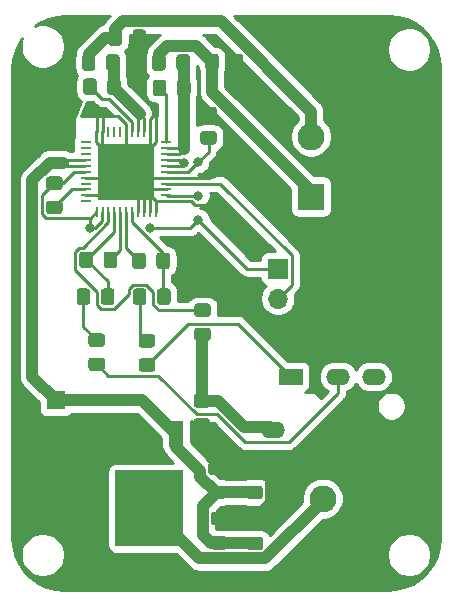
<source format=gbr>
G04 #@! TF.GenerationSoftware,KiCad,Pcbnew,(5.1.6)-1*
G04 #@! TF.CreationDate,2020-12-04T23:27:41-06:00*
G04 #@! TF.ProjectId,AmpOnly,416d704f-6e6c-4792-9e6b-696361645f70,rev?*
G04 #@! TF.SameCoordinates,Original*
G04 #@! TF.FileFunction,Copper,L2,Bot*
G04 #@! TF.FilePolarity,Positive*
%FSLAX46Y46*%
G04 Gerber Fmt 4.6, Leading zero omitted, Abs format (unit mm)*
G04 Created by KiCad (PCBNEW (5.1.6)-1) date 2020-12-04 23:27:41*
%MOMM*%
%LPD*%
G01*
G04 APERTURE LIST*
G04 #@! TA.AperFunction,ComponentPad*
%ADD10R,2.286000X2.286000*%
G04 #@! TD*
G04 #@! TA.AperFunction,ComponentPad*
%ADD11C,2.286000*%
G04 #@! TD*
G04 #@! TA.AperFunction,ComponentPad*
%ADD12R,1.600000X1.600000*%
G04 #@! TD*
G04 #@! TA.AperFunction,ComponentPad*
%ADD13C,1.600000*%
G04 #@! TD*
G04 #@! TA.AperFunction,SMDPad,CuDef*
%ADD14R,1.200000X2.200000*%
G04 #@! TD*
G04 #@! TA.AperFunction,SMDPad,CuDef*
%ADD15R,5.800000X6.400000*%
G04 #@! TD*
G04 #@! TA.AperFunction,ComponentPad*
%ADD16C,0.800000*%
G04 #@! TD*
G04 #@! TA.AperFunction,SMDPad,CuDef*
%ADD17R,0.965200X0.254000*%
G04 #@! TD*
G04 #@! TA.AperFunction,SMDPad,CuDef*
%ADD18R,0.254000X0.965200*%
G04 #@! TD*
G04 #@! TA.AperFunction,SMDPad,CuDef*
%ADD19R,4.851400X4.851400*%
G04 #@! TD*
G04 #@! TA.AperFunction,ComponentPad*
%ADD20O,2.000000X1.400000*%
G04 #@! TD*
G04 #@! TA.AperFunction,ComponentPad*
%ADD21R,2.000000X1.400000*%
G04 #@! TD*
G04 #@! TA.AperFunction,ComponentPad*
%ADD22R,1.700000X1.700000*%
G04 #@! TD*
G04 #@! TA.AperFunction,ComponentPad*
%ADD23O,1.700000X1.700000*%
G04 #@! TD*
G04 #@! TA.AperFunction,ViaPad*
%ADD24C,0.800000*%
G04 #@! TD*
G04 #@! TA.AperFunction,Conductor*
%ADD25C,1.000000*%
G04 #@! TD*
G04 #@! TA.AperFunction,Conductor*
%ADD26C,0.250000*%
G04 #@! TD*
G04 #@! TA.AperFunction,Conductor*
%ADD27C,0.254000*%
G04 #@! TD*
G04 APERTURE END LIST*
D10*
X142800000Y-99000000D03*
D11*
X142800000Y-93920000D03*
G04 #@! TA.AperFunction,SMDPad,CuDef*
G36*
G01*
X128461919Y-110641060D02*
X129361921Y-110641060D01*
G75*
G02*
X129611920Y-110891059I0J-249999D01*
G01*
X129611920Y-111541061D01*
G75*
G02*
X129361921Y-111791060I-249999J0D01*
G01*
X128461919Y-111791060D01*
G75*
G02*
X128211920Y-111541061I0J249999D01*
G01*
X128211920Y-110891059D01*
G75*
G02*
X128461919Y-110641060I249999J0D01*
G01*
G37*
G04 #@! TD.AperFunction*
G04 #@! TA.AperFunction,SMDPad,CuDef*
G36*
G01*
X128461919Y-112691060D02*
X129361921Y-112691060D01*
G75*
G02*
X129611920Y-112941059I0J-249999D01*
G01*
X129611920Y-113591061D01*
G75*
G02*
X129361921Y-113841060I-249999J0D01*
G01*
X128461919Y-113841060D01*
G75*
G02*
X128211920Y-113591061I0J249999D01*
G01*
X128211920Y-112941059D01*
G75*
G02*
X128461919Y-112691060I249999J0D01*
G01*
G37*
G04 #@! TD.AperFunction*
G04 #@! TA.AperFunction,SMDPad,CuDef*
G36*
G01*
X124207419Y-112630100D02*
X125107421Y-112630100D01*
G75*
G02*
X125357420Y-112880099I0J-249999D01*
G01*
X125357420Y-113530101D01*
G75*
G02*
X125107421Y-113780100I-249999J0D01*
G01*
X124207419Y-113780100D01*
G75*
G02*
X123957420Y-113530101I0J249999D01*
G01*
X123957420Y-112880099D01*
G75*
G02*
X124207419Y-112630100I249999J0D01*
G01*
G37*
G04 #@! TD.AperFunction*
G04 #@! TA.AperFunction,SMDPad,CuDef*
G36*
G01*
X124207419Y-110580100D02*
X125107421Y-110580100D01*
G75*
G02*
X125357420Y-110830099I0J-249999D01*
G01*
X125357420Y-111480101D01*
G75*
G02*
X125107421Y-111730100I-249999J0D01*
G01*
X124207419Y-111730100D01*
G75*
G02*
X123957420Y-111480101I0J249999D01*
G01*
X123957420Y-110830099D01*
G75*
G02*
X124207419Y-110580100I249999J0D01*
G01*
G37*
G04 #@! TD.AperFunction*
D12*
X121200000Y-116250000D03*
D13*
X121200000Y-119750000D03*
G04 #@! TA.AperFunction,SMDPad,CuDef*
G36*
G01*
X134356039Y-121429120D02*
X135256041Y-121429120D01*
G75*
G02*
X135506040Y-121679119I0J-249999D01*
G01*
X135506040Y-122329121D01*
G75*
G02*
X135256041Y-122579120I-249999J0D01*
G01*
X134356039Y-122579120D01*
G75*
G02*
X134106040Y-122329121I0J249999D01*
G01*
X134106040Y-121679119D01*
G75*
G02*
X134356039Y-121429120I249999J0D01*
G01*
G37*
G04 #@! TD.AperFunction*
G04 #@! TA.AperFunction,SMDPad,CuDef*
G36*
G01*
X134356039Y-123479120D02*
X135256041Y-123479120D01*
G75*
G02*
X135506040Y-123729119I0J-249999D01*
G01*
X135506040Y-124379121D01*
G75*
G02*
X135256041Y-124629120I-249999J0D01*
G01*
X134356039Y-124629120D01*
G75*
G02*
X134106040Y-124379121I0J249999D01*
G01*
X134106040Y-123729119D01*
G75*
G02*
X134356039Y-123479120I249999J0D01*
G01*
G37*
G04 #@! TD.AperFunction*
G04 #@! TA.AperFunction,SMDPad,CuDef*
G36*
G01*
X137581839Y-121429120D02*
X138481841Y-121429120D01*
G75*
G02*
X138731840Y-121679119I0J-249999D01*
G01*
X138731840Y-122329121D01*
G75*
G02*
X138481841Y-122579120I-249999J0D01*
G01*
X137581839Y-122579120D01*
G75*
G02*
X137331840Y-122329121I0J249999D01*
G01*
X137331840Y-121679119D01*
G75*
G02*
X137581839Y-121429120I249999J0D01*
G01*
G37*
G04 #@! TD.AperFunction*
G04 #@! TA.AperFunction,SMDPad,CuDef*
G36*
G01*
X137581839Y-123479120D02*
X138481841Y-123479120D01*
G75*
G02*
X138731840Y-123729119I0J-249999D01*
G01*
X138731840Y-124379121D01*
G75*
G02*
X138481841Y-124629120I-249999J0D01*
G01*
X137581839Y-124629120D01*
G75*
G02*
X137331840Y-124379121I0J249999D01*
G01*
X137331840Y-123729119D01*
G75*
G02*
X137581839Y-123479120I249999J0D01*
G01*
G37*
G04 #@! TD.AperFunction*
G04 #@! TA.AperFunction,SMDPad,CuDef*
G36*
G01*
X134565859Y-127746580D02*
X135465861Y-127746580D01*
G75*
G02*
X135715860Y-127996579I0J-249999D01*
G01*
X135715860Y-128646581D01*
G75*
G02*
X135465861Y-128896580I-249999J0D01*
G01*
X134565859Y-128896580D01*
G75*
G02*
X134315860Y-128646581I0J249999D01*
G01*
X134315860Y-127996579D01*
G75*
G02*
X134565859Y-127746580I249999J0D01*
G01*
G37*
G04 #@! TD.AperFunction*
G04 #@! TA.AperFunction,SMDPad,CuDef*
G36*
G01*
X134565859Y-125696580D02*
X135465861Y-125696580D01*
G75*
G02*
X135715860Y-125946579I0J-249999D01*
G01*
X135715860Y-126596581D01*
G75*
G02*
X135465861Y-126846580I-249999J0D01*
G01*
X134565859Y-126846580D01*
G75*
G02*
X134315860Y-126596581I0J249999D01*
G01*
X134315860Y-125946579D01*
G75*
G02*
X134565859Y-125696580I249999J0D01*
G01*
G37*
G04 #@! TD.AperFunction*
G04 #@! TA.AperFunction,SMDPad,CuDef*
G36*
G01*
X137611319Y-127787220D02*
X138511321Y-127787220D01*
G75*
G02*
X138761320Y-128037219I0J-249999D01*
G01*
X138761320Y-128687221D01*
G75*
G02*
X138511321Y-128937220I-249999J0D01*
G01*
X137611319Y-128937220D01*
G75*
G02*
X137361320Y-128687221I0J249999D01*
G01*
X137361320Y-128037219D01*
G75*
G02*
X137611319Y-127787220I249999J0D01*
G01*
G37*
G04 #@! TD.AperFunction*
G04 #@! TA.AperFunction,SMDPad,CuDef*
G36*
G01*
X137611319Y-125737220D02*
X138511321Y-125737220D01*
G75*
G02*
X138761320Y-125987219I0J-249999D01*
G01*
X138761320Y-126637221D01*
G75*
G02*
X138511321Y-126887220I-249999J0D01*
G01*
X137611319Y-126887220D01*
G75*
G02*
X137361320Y-126637221I0J249999D01*
G01*
X137361320Y-125987219D01*
G75*
G02*
X137611319Y-125737220I249999J0D01*
G01*
G37*
G04 #@! TD.AperFunction*
G04 #@! TA.AperFunction,SMDPad,CuDef*
G36*
G01*
X133168539Y-108042640D02*
X134068541Y-108042640D01*
G75*
G02*
X134318540Y-108292639I0J-249999D01*
G01*
X134318540Y-108942641D01*
G75*
G02*
X134068541Y-109192640I-249999J0D01*
G01*
X133168539Y-109192640D01*
G75*
G02*
X132918540Y-108942641I0J249999D01*
G01*
X132918540Y-108292639D01*
G75*
G02*
X133168539Y-108042640I249999J0D01*
G01*
G37*
G04 #@! TD.AperFunction*
G04 #@! TA.AperFunction,SMDPad,CuDef*
G36*
G01*
X133168539Y-110092640D02*
X134068541Y-110092640D01*
G75*
G02*
X134318540Y-110342639I0J-249999D01*
G01*
X134318540Y-110992641D01*
G75*
G02*
X134068541Y-111242640I-249999J0D01*
G01*
X133168539Y-111242640D01*
G75*
G02*
X132918540Y-110992641I0J249999D01*
G01*
X132918540Y-110342639D01*
G75*
G02*
X133168539Y-110092640I249999J0D01*
G01*
G37*
G04 #@! TD.AperFunction*
G04 #@! TA.AperFunction,SMDPad,CuDef*
G36*
G01*
X132600000Y-89349999D02*
X132600000Y-90250001D01*
G75*
G02*
X132350001Y-90500000I-249999J0D01*
G01*
X131699999Y-90500000D01*
G75*
G02*
X131450000Y-90250001I0J249999D01*
G01*
X131450000Y-89349999D01*
G75*
G02*
X131699999Y-89100000I249999J0D01*
G01*
X132350001Y-89100000D01*
G75*
G02*
X132600000Y-89349999I0J-249999D01*
G01*
G37*
G04 #@! TD.AperFunction*
G04 #@! TA.AperFunction,SMDPad,CuDef*
G36*
G01*
X130550000Y-89349999D02*
X130550000Y-90250001D01*
G75*
G02*
X130300001Y-90500000I-249999J0D01*
G01*
X129649999Y-90500000D01*
G75*
G02*
X129400000Y-90250001I0J249999D01*
G01*
X129400000Y-89349999D01*
G75*
G02*
X129649999Y-89100000I249999J0D01*
G01*
X130300001Y-89100000D01*
G75*
G02*
X130550000Y-89349999I0J-249999D01*
G01*
G37*
G04 #@! TD.AperFunction*
G04 #@! TA.AperFunction,SMDPad,CuDef*
G36*
G01*
X124650000Y-89249999D02*
X124650000Y-90150001D01*
G75*
G02*
X124400001Y-90400000I-249999J0D01*
G01*
X123749999Y-90400000D01*
G75*
G02*
X123500000Y-90150001I0J249999D01*
G01*
X123500000Y-89249999D01*
G75*
G02*
X123749999Y-89000000I249999J0D01*
G01*
X124400001Y-89000000D01*
G75*
G02*
X124650000Y-89249999I0J-249999D01*
G01*
G37*
G04 #@! TD.AperFunction*
G04 #@! TA.AperFunction,SMDPad,CuDef*
G36*
G01*
X126700000Y-89249999D02*
X126700000Y-90150001D01*
G75*
G02*
X126450001Y-90400000I-249999J0D01*
G01*
X125799999Y-90400000D01*
G75*
G02*
X125550000Y-90150001I0J249999D01*
G01*
X125550000Y-89249999D01*
G75*
G02*
X125799999Y-89000000I249999J0D01*
G01*
X126450001Y-89000000D01*
G75*
G02*
X126700000Y-89249999I0J-249999D01*
G01*
G37*
G04 #@! TD.AperFunction*
G04 #@! TA.AperFunction,SMDPad,CuDef*
G36*
G01*
X135000000Y-87149999D02*
X135000000Y-88050001D01*
G75*
G02*
X134750001Y-88300000I-249999J0D01*
G01*
X134099999Y-88300000D01*
G75*
G02*
X133850000Y-88050001I0J249999D01*
G01*
X133850000Y-87149999D01*
G75*
G02*
X134099999Y-86900000I249999J0D01*
G01*
X134750001Y-86900000D01*
G75*
G02*
X135000000Y-87149999I0J-249999D01*
G01*
G37*
G04 #@! TD.AperFunction*
G04 #@! TA.AperFunction,SMDPad,CuDef*
G36*
G01*
X137050000Y-87149999D02*
X137050000Y-88050001D01*
G75*
G02*
X136800001Y-88300000I-249999J0D01*
G01*
X136149999Y-88300000D01*
G75*
G02*
X135900000Y-88050001I0J249999D01*
G01*
X135900000Y-87149999D01*
G75*
G02*
X136149999Y-86900000I249999J0D01*
G01*
X136800001Y-86900000D01*
G75*
G02*
X137050000Y-87149999I0J-249999D01*
G01*
G37*
G04 #@! TD.AperFunction*
G04 #@! TA.AperFunction,SMDPad,CuDef*
G36*
G01*
X125650000Y-86000001D02*
X125650000Y-85099999D01*
G75*
G02*
X125899999Y-84850000I249999J0D01*
G01*
X126550001Y-84850000D01*
G75*
G02*
X126800000Y-85099999I0J-249999D01*
G01*
X126800000Y-86000001D01*
G75*
G02*
X126550001Y-86250000I-249999J0D01*
G01*
X125899999Y-86250000D01*
G75*
G02*
X125650000Y-86000001I0J249999D01*
G01*
G37*
G04 #@! TD.AperFunction*
G04 #@! TA.AperFunction,SMDPad,CuDef*
G36*
G01*
X127700000Y-86000001D02*
X127700000Y-85099999D01*
G75*
G02*
X127949999Y-84850000I249999J0D01*
G01*
X128600001Y-84850000D01*
G75*
G02*
X128850000Y-85099999I0J-249999D01*
G01*
X128850000Y-86000001D01*
G75*
G02*
X128600001Y-86250000I-249999J0D01*
G01*
X127949999Y-86250000D01*
G75*
G02*
X127700000Y-86000001I0J249999D01*
G01*
G37*
G04 #@! TD.AperFunction*
G04 #@! TA.AperFunction,SMDPad,CuDef*
G36*
G01*
X133115199Y-117773600D02*
X134015201Y-117773600D01*
G75*
G02*
X134265200Y-118023599I0J-249999D01*
G01*
X134265200Y-118673601D01*
G75*
G02*
X134015201Y-118923600I-249999J0D01*
G01*
X133115199Y-118923600D01*
G75*
G02*
X132865200Y-118673601I0J249999D01*
G01*
X132865200Y-118023599D01*
G75*
G02*
X133115199Y-117773600I249999J0D01*
G01*
G37*
G04 #@! TD.AperFunction*
G04 #@! TA.AperFunction,SMDPad,CuDef*
G36*
G01*
X133115199Y-115723600D02*
X134015201Y-115723600D01*
G75*
G02*
X134265200Y-115973599I0J-249999D01*
G01*
X134265200Y-116623601D01*
G75*
G02*
X134015201Y-116873600I-249999J0D01*
G01*
X133115199Y-116873600D01*
G75*
G02*
X132865200Y-116623601I0J249999D01*
G01*
X132865200Y-115973599D01*
G75*
G02*
X133115199Y-115723600I249999J0D01*
G01*
G37*
G04 #@! TD.AperFunction*
G04 #@! TA.AperFunction,SMDPad,CuDef*
G36*
G01*
X130500000Y-87199999D02*
X130500000Y-88100001D01*
G75*
G02*
X130250001Y-88350000I-249999J0D01*
G01*
X129599999Y-88350000D01*
G75*
G02*
X129350000Y-88100001I0J249999D01*
G01*
X129350000Y-87199999D01*
G75*
G02*
X129599999Y-86950000I249999J0D01*
G01*
X130250001Y-86950000D01*
G75*
G02*
X130500000Y-87199999I0J-249999D01*
G01*
G37*
G04 #@! TD.AperFunction*
G04 #@! TA.AperFunction,SMDPad,CuDef*
G36*
G01*
X132550000Y-87199999D02*
X132550000Y-88100001D01*
G75*
G02*
X132300001Y-88350000I-249999J0D01*
G01*
X131649999Y-88350000D01*
G75*
G02*
X131400000Y-88100001I0J249999D01*
G01*
X131400000Y-87199999D01*
G75*
G02*
X131649999Y-86950000I249999J0D01*
G01*
X132300001Y-86950000D01*
G75*
G02*
X132550000Y-87199999I0J-249999D01*
G01*
G37*
G04 #@! TD.AperFunction*
G04 #@! TA.AperFunction,SMDPad,CuDef*
G36*
G01*
X126600000Y-87199999D02*
X126600000Y-88100001D01*
G75*
G02*
X126350001Y-88350000I-249999J0D01*
G01*
X125699999Y-88350000D01*
G75*
G02*
X125450000Y-88100001I0J249999D01*
G01*
X125450000Y-87199999D01*
G75*
G02*
X125699999Y-86950000I249999J0D01*
G01*
X126350001Y-86950000D01*
G75*
G02*
X126600000Y-87199999I0J-249999D01*
G01*
G37*
G04 #@! TD.AperFunction*
G04 #@! TA.AperFunction,SMDPad,CuDef*
G36*
G01*
X124550000Y-87199999D02*
X124550000Y-88100001D01*
G75*
G02*
X124300001Y-88350000I-249999J0D01*
G01*
X123649999Y-88350000D01*
G75*
G02*
X123400000Y-88100001I0J249999D01*
G01*
X123400000Y-87199999D01*
G75*
G02*
X123649999Y-86950000I249999J0D01*
G01*
X124300001Y-86950000D01*
G75*
G02*
X124550000Y-87199999I0J-249999D01*
G01*
G37*
G04 #@! TD.AperFunction*
D10*
X143800000Y-129650000D03*
D11*
X143800000Y-124570000D03*
G04 #@! TA.AperFunction,SMDPad,CuDef*
G36*
G01*
X128868320Y-107031099D02*
X128868320Y-107931101D01*
G75*
G02*
X128618321Y-108181100I-249999J0D01*
G01*
X127968319Y-108181100D01*
G75*
G02*
X127718320Y-107931101I0J249999D01*
G01*
X127718320Y-107031099D01*
G75*
G02*
X127968319Y-106781100I249999J0D01*
G01*
X128618321Y-106781100D01*
G75*
G02*
X128868320Y-107031099I0J-249999D01*
G01*
G37*
G04 #@! TD.AperFunction*
G04 #@! TA.AperFunction,SMDPad,CuDef*
G36*
G01*
X130918320Y-107031099D02*
X130918320Y-107931101D01*
G75*
G02*
X130668321Y-108181100I-249999J0D01*
G01*
X130018319Y-108181100D01*
G75*
G02*
X129768320Y-107931101I0J249999D01*
G01*
X129768320Y-107031099D01*
G75*
G02*
X130018319Y-106781100I249999J0D01*
G01*
X130668321Y-106781100D01*
G75*
G02*
X130918320Y-107031099I0J-249999D01*
G01*
G37*
G04 #@! TD.AperFunction*
G04 #@! TA.AperFunction,SMDPad,CuDef*
G36*
G01*
X126158360Y-107031099D02*
X126158360Y-107931101D01*
G75*
G02*
X125908361Y-108181100I-249999J0D01*
G01*
X125258359Y-108181100D01*
G75*
G02*
X125008360Y-107931101I0J249999D01*
G01*
X125008360Y-107031099D01*
G75*
G02*
X125258359Y-106781100I249999J0D01*
G01*
X125908361Y-106781100D01*
G75*
G02*
X126158360Y-107031099I0J-249999D01*
G01*
G37*
G04 #@! TD.AperFunction*
G04 #@! TA.AperFunction,SMDPad,CuDef*
G36*
G01*
X124108360Y-107031099D02*
X124108360Y-107931101D01*
G75*
G02*
X123858361Y-108181100I-249999J0D01*
G01*
X123208359Y-108181100D01*
G75*
G02*
X122958360Y-107931101I0J249999D01*
G01*
X122958360Y-107031099D01*
G75*
G02*
X123208359Y-106781100I249999J0D01*
G01*
X123858361Y-106781100D01*
G75*
G02*
X124108360Y-107031099I0J-249999D01*
G01*
G37*
G04 #@! TD.AperFunction*
G04 #@! TA.AperFunction,SMDPad,CuDef*
G36*
G01*
X127667520Y-104898341D02*
X127667520Y-103998339D01*
G75*
G02*
X127917519Y-103748340I249999J0D01*
G01*
X128567521Y-103748340D01*
G75*
G02*
X128817520Y-103998339I0J-249999D01*
G01*
X128817520Y-104898341D01*
G75*
G02*
X128567521Y-105148340I-249999J0D01*
G01*
X127917519Y-105148340D01*
G75*
G02*
X127667520Y-104898341I0J249999D01*
G01*
G37*
G04 #@! TD.AperFunction*
G04 #@! TA.AperFunction,SMDPad,CuDef*
G36*
G01*
X129717520Y-104898341D02*
X129717520Y-103998339D01*
G75*
G02*
X129967519Y-103748340I249999J0D01*
G01*
X130617521Y-103748340D01*
G75*
G02*
X130867520Y-103998339I0J-249999D01*
G01*
X130867520Y-104898341D01*
G75*
G02*
X130617521Y-105148340I-249999J0D01*
G01*
X129967519Y-105148340D01*
G75*
G02*
X129717520Y-104898341I0J249999D01*
G01*
G37*
G04 #@! TD.AperFunction*
G04 #@! TA.AperFunction,SMDPad,CuDef*
G36*
G01*
X124334420Y-103909439D02*
X124334420Y-104809441D01*
G75*
G02*
X124084421Y-105059440I-249999J0D01*
G01*
X123434419Y-105059440D01*
G75*
G02*
X123184420Y-104809441I0J249999D01*
G01*
X123184420Y-103909439D01*
G75*
G02*
X123434419Y-103659440I249999J0D01*
G01*
X124084421Y-103659440D01*
G75*
G02*
X124334420Y-103909439I0J-249999D01*
G01*
G37*
G04 #@! TD.AperFunction*
G04 #@! TA.AperFunction,SMDPad,CuDef*
G36*
G01*
X126384420Y-103909439D02*
X126384420Y-104809441D01*
G75*
G02*
X126134421Y-105059440I-249999J0D01*
G01*
X125484419Y-105059440D01*
G75*
G02*
X125234420Y-104809441I0J249999D01*
G01*
X125234420Y-103909439D01*
G75*
G02*
X125484419Y-103659440I249999J0D01*
G01*
X126134421Y-103659440D01*
G75*
G02*
X126384420Y-103909439I0J-249999D01*
G01*
G37*
G04 #@! TD.AperFunction*
G04 #@! TA.AperFunction,SMDPad,CuDef*
G36*
G01*
X134574001Y-94599400D02*
X133673999Y-94599400D01*
G75*
G02*
X133424000Y-94349401I0J249999D01*
G01*
X133424000Y-93699399D01*
G75*
G02*
X133673999Y-93449400I249999J0D01*
G01*
X134574001Y-93449400D01*
G75*
G02*
X134824000Y-93699399I0J-249999D01*
G01*
X134824000Y-94349401D01*
G75*
G02*
X134574001Y-94599400I-249999J0D01*
G01*
G37*
G04 #@! TD.AperFunction*
G04 #@! TA.AperFunction,SMDPad,CuDef*
G36*
G01*
X134574001Y-92549400D02*
X133673999Y-92549400D01*
G75*
G02*
X133424000Y-92299401I0J249999D01*
G01*
X133424000Y-91649399D01*
G75*
G02*
X133673999Y-91399400I249999J0D01*
G01*
X134574001Y-91399400D01*
G75*
G02*
X134824000Y-91649399I0J-249999D01*
G01*
X134824000Y-92299401D01*
G75*
G02*
X134574001Y-92549400I-249999J0D01*
G01*
G37*
G04 #@! TD.AperFunction*
G04 #@! TA.AperFunction,SMDPad,CuDef*
G36*
G01*
X121515861Y-100495900D02*
X120615859Y-100495900D01*
G75*
G02*
X120365860Y-100245901I0J249999D01*
G01*
X120365860Y-99595899D01*
G75*
G02*
X120615859Y-99345900I249999J0D01*
G01*
X121515861Y-99345900D01*
G75*
G02*
X121765860Y-99595899I0J-249999D01*
G01*
X121765860Y-100245901D01*
G75*
G02*
X121515861Y-100495900I-249999J0D01*
G01*
G37*
G04 #@! TD.AperFunction*
G04 #@! TA.AperFunction,SMDPad,CuDef*
G36*
G01*
X121515861Y-98445900D02*
X120615859Y-98445900D01*
G75*
G02*
X120365860Y-98195901I0J249999D01*
G01*
X120365860Y-97545899D01*
G75*
G02*
X120615859Y-97295900I249999J0D01*
G01*
X121515861Y-97295900D01*
G75*
G02*
X121765860Y-97545899I0J-249999D01*
G01*
X121765860Y-98195901D01*
G75*
G02*
X121515861Y-98445900I-249999J0D01*
G01*
G37*
G04 #@! TD.AperFunction*
D14*
X126820000Y-119100000D03*
X131380000Y-119100000D03*
D15*
X129100000Y-125400000D03*
D16*
X126543575Y-98112850D03*
X127756425Y-98112850D03*
X127756425Y-95687150D03*
X126543575Y-95687150D03*
X128362850Y-96900000D03*
X125937150Y-96900000D03*
X127150000Y-96900000D03*
D17*
X130528200Y-94400000D03*
X130528200Y-94899999D03*
X130528200Y-95400000D03*
X130528200Y-95899999D03*
X130528200Y-96400001D03*
X130528200Y-96900000D03*
X130528200Y-97399999D03*
X130528200Y-97900001D03*
X130528200Y-98400000D03*
X130528200Y-98900001D03*
X130528200Y-99400000D03*
D18*
X129650000Y-100278200D03*
X129150001Y-100278200D03*
X128650000Y-100278200D03*
X128150001Y-100278200D03*
X127649999Y-100278200D03*
X127150000Y-100278200D03*
X126650001Y-100278200D03*
X126149999Y-100278200D03*
X125650000Y-100278200D03*
X125149999Y-100278200D03*
X124650000Y-100278200D03*
D17*
X123771800Y-99400000D03*
X123771800Y-98900001D03*
X123771800Y-98400000D03*
X123771800Y-97900001D03*
X123771800Y-97399999D03*
X123771800Y-96900000D03*
X123771800Y-96400001D03*
X123771800Y-95899999D03*
X123771800Y-95400000D03*
X123771800Y-94899999D03*
X123771800Y-94400000D03*
D18*
X124650000Y-93521800D03*
X125149999Y-93521800D03*
X125650000Y-93521800D03*
X126149999Y-93521800D03*
X126650001Y-93521800D03*
X127150000Y-93521800D03*
X127649999Y-93521800D03*
X128150001Y-93521800D03*
X128650000Y-93521800D03*
X129150001Y-93521800D03*
X129650000Y-93521800D03*
D19*
X127150000Y-96900000D03*
D20*
X139600000Y-118750000D03*
D21*
X141100000Y-114250000D03*
D20*
X145100000Y-114250000D03*
X148100000Y-114250000D03*
D22*
X140000000Y-105100000D03*
D23*
X140000000Y-107640000D03*
X140000000Y-110180000D03*
D24*
X133556040Y-120228360D03*
X134493000Y-97075000D03*
X133266878Y-100982382D03*
X133258494Y-98923386D03*
X124131502Y-101679602D03*
X129196423Y-101679718D03*
X133245721Y-96066901D03*
X132058980Y-96177000D03*
X128580000Y-116300000D03*
D25*
X135056500Y-126312220D02*
X135015860Y-126271580D01*
X138061320Y-126312220D02*
X135056500Y-126312220D01*
X138031840Y-122004120D02*
X134806040Y-122004120D01*
X133556040Y-118357760D02*
X133565200Y-118348600D01*
X134806040Y-122004120D02*
X134806040Y-120328360D01*
X133556040Y-120228360D02*
X133556040Y-118357760D01*
D26*
X126639001Y-97401999D02*
X127139000Y-96902000D01*
X123693400Y-97401999D02*
X126639001Y-97401999D01*
X125138999Y-98902001D02*
X127139000Y-96902000D01*
X123693400Y-98902001D02*
X125138999Y-98902001D01*
X128139001Y-97902001D02*
X127139000Y-96902000D01*
X128139001Y-100347600D02*
X128139001Y-97902001D01*
X128639000Y-98402000D02*
X127139000Y-96902000D01*
X128639000Y-100347600D02*
X128639000Y-98402000D01*
X129139001Y-98902001D02*
X127139000Y-96902000D01*
X129139001Y-100347600D02*
X129139001Y-98902001D01*
X129639000Y-99402000D02*
X127139000Y-96902000D01*
X129639000Y-100347600D02*
X129639000Y-99402000D01*
X130584600Y-99402000D02*
X129639000Y-99402000D01*
X130584600Y-98402000D02*
X128639000Y-98402000D01*
X127638999Y-97401999D02*
X127139000Y-96902000D01*
X130584600Y-97401999D02*
X127638999Y-97401999D01*
X129639000Y-94402000D02*
X127139000Y-96902000D01*
X129639000Y-93456400D02*
X129639000Y-94402000D01*
X129139001Y-94901999D02*
X127139000Y-96902000D01*
X129139001Y-93456400D02*
X129139001Y-94901999D01*
X127139000Y-93456400D02*
X127139000Y-96902000D01*
X125138999Y-94901999D02*
X127139000Y-96902000D01*
X125138999Y-93456400D02*
X125138999Y-94901999D01*
X124639000Y-94402000D02*
X127139000Y-96902000D01*
X124639000Y-93456400D02*
X124639000Y-94402000D01*
D25*
X139431850Y-124941690D02*
X138061320Y-126312220D01*
X139431850Y-122704130D02*
X139431850Y-124941690D01*
X138031840Y-122004120D02*
X138731840Y-122004120D01*
X138731840Y-122004120D02*
X139431850Y-122704130D01*
D26*
X124650000Y-93521800D02*
X124650000Y-91450000D01*
X132662106Y-99400000D02*
X132962106Y-99700000D01*
X130528200Y-99400000D02*
X132662106Y-99400000D01*
X132962106Y-99700000D02*
X134200000Y-99700000D01*
X125799998Y-92200000D02*
X125149999Y-91550001D01*
X126500000Y-92200000D02*
X125799998Y-92200000D01*
X127150000Y-93521800D02*
X127150000Y-92850000D01*
X125149999Y-91550001D02*
X125149999Y-93521800D01*
X127150000Y-92850000D02*
X126500000Y-92200000D01*
X129150001Y-93521800D02*
X129150001Y-92449999D01*
X129650000Y-93521800D02*
X129650000Y-91950000D01*
X129150001Y-92449999D02*
X129650000Y-91950000D01*
X129650000Y-91950000D02*
X129650000Y-91350000D01*
X130528200Y-97399999D02*
X133300001Y-97399999D01*
X133300001Y-97399999D02*
X134168001Y-97399999D01*
X134168001Y-97399999D02*
X134493000Y-97075000D01*
X134073200Y-94075200D02*
X134124000Y-94024400D01*
X134124000Y-95188622D02*
X134124000Y-94024400D01*
X133245721Y-96066901D02*
X134124000Y-95188622D01*
X130605985Y-98923386D02*
X130584600Y-98902001D01*
X133258494Y-98923386D02*
X130605985Y-98923386D01*
X133067616Y-100783120D02*
X133266878Y-100982382D01*
X122734760Y-96902000D02*
X123693400Y-96902000D01*
X121065860Y-97870900D02*
X121765860Y-97870900D01*
X121765860Y-97870900D02*
X122734760Y-96902000D01*
X124165690Y-100820910D02*
X124639000Y-100347600D01*
X120040850Y-100484080D02*
X120377680Y-100820910D01*
X121065860Y-97870900D02*
X120040850Y-98895910D01*
X120040850Y-98895910D02*
X120040850Y-100484080D01*
X120377680Y-100820910D02*
X123781430Y-100820910D01*
X123781430Y-100820910D02*
X124165690Y-100820910D01*
X125138999Y-100347600D02*
X125138999Y-100672105D01*
X129196423Y-101679718D02*
X132569542Y-101679718D01*
X132569542Y-101679718D02*
X133266878Y-100982382D01*
X132403340Y-96902000D02*
X132406981Y-96905641D01*
X130584600Y-96902000D02*
X132403340Y-96902000D01*
X132406981Y-96905641D02*
X133245721Y-96066901D01*
X124131502Y-100855098D02*
X124165690Y-100820910D01*
X124131502Y-101679602D02*
X124131502Y-100855098D01*
X125138999Y-100347600D02*
X125138999Y-101061001D01*
X124520398Y-101679602D02*
X124131502Y-101679602D01*
X125138999Y-101061001D02*
X124520398Y-101679602D01*
X137384496Y-105100000D02*
X133266878Y-100982382D01*
X140000000Y-105100000D02*
X137384496Y-105100000D01*
D25*
X138904830Y-129637230D02*
X143800000Y-124742060D01*
X143800000Y-124742060D02*
X143800000Y-124570000D01*
X129100000Y-125400000D02*
X133337230Y-129637230D01*
X133337230Y-129637230D02*
X138904830Y-129637230D01*
D26*
X141100000Y-114250000D02*
X136617630Y-109767630D01*
X132410350Y-109767630D02*
X128911920Y-113266060D01*
X136617630Y-109767630D02*
X132410350Y-109767630D01*
X128293320Y-110597460D02*
X128911920Y-111216060D01*
X128293320Y-107481100D02*
X128293320Y-110597460D01*
X123533360Y-110031040D02*
X124657420Y-111155100D01*
X123533360Y-107481100D02*
X123533360Y-110031040D01*
X145100000Y-115619002D02*
X145100000Y-114250000D01*
X140943992Y-119775010D02*
X145100000Y-115619002D01*
X125618390Y-114166070D02*
X129844480Y-114166070D01*
X137208270Y-119775010D02*
X140943992Y-119775010D01*
X124657420Y-113205100D02*
X125618390Y-114166070D01*
X134881850Y-117448590D02*
X137208270Y-119775010D01*
X129844480Y-114166070D02*
X133127000Y-117448590D01*
X133127000Y-117448590D02*
X134881850Y-117448590D01*
D25*
X134640920Y-124054120D02*
X134806040Y-124054120D01*
X134806040Y-124054120D02*
X138031840Y-124054120D01*
X133615850Y-127621570D02*
X134315860Y-128321580D01*
X134315860Y-128321580D02*
X135015860Y-128321580D01*
X134806040Y-124054120D02*
X133615850Y-125244310D01*
X138020680Y-128321580D02*
X138061320Y-128362220D01*
X135015860Y-128321580D02*
X138020680Y-128321580D01*
D26*
X130584600Y-96402001D02*
X131833979Y-96402001D01*
X131833979Y-96402001D02*
X132058980Y-96177000D01*
X131783979Y-95901999D02*
X132058980Y-96177000D01*
X130584600Y-95901999D02*
X131783979Y-95901999D01*
X122027761Y-95901999D02*
X121799920Y-96129840D01*
X123693400Y-95901999D02*
X122027761Y-95901999D01*
X122072081Y-96402001D02*
X121799920Y-96129840D01*
X123693400Y-96402001D02*
X122072081Y-96402001D01*
D25*
X133615850Y-125244310D02*
X133615850Y-127621570D01*
X128580000Y-116300000D02*
X131380000Y-119100000D01*
X134737520Y-124054120D02*
X134806040Y-124054120D01*
X133406030Y-122206030D02*
X133406030Y-122722630D01*
X131380000Y-119100000D02*
X131380000Y-120180000D01*
X133406030Y-122722630D02*
X134737520Y-124054120D01*
X131380000Y-120180000D02*
X133406030Y-122206030D01*
X119215840Y-114265840D02*
X121200000Y-116250000D01*
X119215840Y-97602400D02*
X119215840Y-114265840D01*
X121799920Y-96129840D02*
X120688400Y-96129840D01*
X120688400Y-96129840D02*
X119215840Y-97602400D01*
X128530000Y-116250000D02*
X128580000Y-116300000D01*
X121200000Y-116250000D02*
X128530000Y-116250000D01*
X134898600Y-116298600D02*
X137100000Y-118500000D01*
X133565200Y-116298600D02*
X134898600Y-116298600D01*
X133565200Y-110720980D02*
X133618540Y-110667640D01*
X133565200Y-116298600D02*
X133565200Y-110720980D01*
X139350000Y-118500000D02*
X139600000Y-118750000D01*
X137100000Y-118500000D02*
X139350000Y-118500000D01*
D26*
X129443310Y-108169280D02*
X129891670Y-108617640D01*
X129443310Y-107042900D02*
X129443310Y-108169280D01*
X129891670Y-108617640D02*
X133618540Y-108617640D01*
X128856500Y-106456090D02*
X129443310Y-107042900D01*
X127393310Y-106792920D02*
X127730140Y-106456090D01*
X122859410Y-103671260D02*
X122859410Y-105218960D01*
X123196240Y-103334430D02*
X122859410Y-103671260D01*
X123501980Y-103334430D02*
X123196240Y-103334430D01*
X127730140Y-106456090D02*
X128856500Y-106456090D01*
X125639000Y-101197410D02*
X123501980Y-103334430D01*
X124683350Y-108169280D02*
X125020180Y-108506110D01*
X122859410Y-105218960D02*
X124683350Y-107042900D01*
X125639000Y-100347600D02*
X125639000Y-101197410D01*
X124683350Y-107042900D02*
X124683350Y-108169280D01*
X125020180Y-108506110D02*
X126146540Y-108506110D01*
X126146540Y-108506110D02*
X127393310Y-107259340D01*
X127393310Y-107259340D02*
X127393310Y-106792920D01*
X130528200Y-90353200D02*
X129975000Y-89800000D01*
X130528200Y-94400000D02*
X130528200Y-90353200D01*
X131613340Y-95402000D02*
X132036120Y-94979220D01*
X130584600Y-95402000D02*
X131613340Y-95402000D01*
X131958899Y-94901999D02*
X132036120Y-94979220D01*
X130584600Y-94901999D02*
X131958899Y-94901999D01*
D25*
X132036120Y-91315540D02*
X132036120Y-94979220D01*
X131975000Y-89750000D02*
X132025000Y-89800000D01*
X132025000Y-91304420D02*
X132036120Y-91315540D01*
X132025000Y-89800000D02*
X132025000Y-91304420D01*
X132025000Y-87700000D02*
X131975000Y-87650000D01*
X132025000Y-89800000D02*
X132025000Y-87700000D01*
D26*
X128639000Y-92349180D02*
X128322640Y-92032820D01*
X128639000Y-93456400D02*
X128639000Y-92349180D01*
X128139001Y-92216459D02*
X128322640Y-92032820D01*
X128139001Y-93456400D02*
X128139001Y-92216459D01*
D25*
X126125000Y-89835180D02*
X128322640Y-92032820D01*
X126125000Y-89700000D02*
X126125000Y-89835180D01*
X126125000Y-89631480D02*
X126125000Y-89700000D01*
X126125000Y-87750000D02*
X126025000Y-87650000D01*
X126125000Y-89700000D02*
X126125000Y-87750000D01*
D26*
X127638999Y-92694397D02*
X127638999Y-93456400D01*
X125669612Y-90725010D02*
X127638999Y-92694397D01*
X124075000Y-89700000D02*
X125100010Y-90725010D01*
X125100010Y-90725010D02*
X125669612Y-90725010D01*
D25*
X133074990Y-86249990D02*
X134425000Y-87600000D01*
X130625010Y-86249990D02*
X133074990Y-86249990D01*
X129925000Y-87650000D02*
X129925000Y-86950000D01*
X129925000Y-86950000D02*
X130625010Y-86249990D01*
X142800000Y-98531880D02*
X142800000Y-99000000D01*
X134425000Y-87600000D02*
X134425000Y-90156880D01*
X134425000Y-90156880D02*
X142800000Y-98531880D01*
X125375000Y-85550000D02*
X126225000Y-85550000D01*
X123975000Y-87650000D02*
X123975000Y-86950000D01*
X123975000Y-86950000D02*
X125375000Y-85550000D01*
X142800000Y-91806480D02*
X142800000Y-93920000D01*
X135143510Y-84149990D02*
X142800000Y-91806480D01*
X126925010Y-84149990D02*
X135143510Y-84149990D01*
X126225000Y-85550000D02*
X126225000Y-84850000D01*
X126225000Y-84850000D02*
X126925010Y-84149990D01*
D26*
X140000000Y-107640000D02*
X141175001Y-106464999D01*
X135085003Y-97900001D02*
X130528200Y-97900001D01*
X141175001Y-103989999D02*
X135085003Y-97900001D01*
X141175001Y-106464999D02*
X141175001Y-103989999D01*
X130292520Y-107430300D02*
X130343320Y-107481100D01*
X130292520Y-104448340D02*
X130292520Y-107430300D01*
X130292520Y-103801121D02*
X130292520Y-104448340D01*
X127638999Y-100347600D02*
X127638999Y-101147600D01*
X127638999Y-101147600D02*
X130292520Y-103801121D01*
X125583360Y-106183380D02*
X125583360Y-107481100D01*
X123759420Y-104359440D02*
X125583360Y-106183380D01*
X126138999Y-101979861D02*
X123759420Y-104359440D01*
X126138999Y-100347600D02*
X126138999Y-101979861D01*
X127139000Y-103344820D02*
X128242520Y-104448340D01*
X127139000Y-100347600D02*
X127139000Y-103344820D01*
X126639001Y-103529859D02*
X125809420Y-104359440D01*
X126639001Y-100347600D02*
X126639001Y-103529859D01*
X122584760Y-98402000D02*
X123693400Y-98402000D01*
X121065860Y-99920900D02*
X122584760Y-98402000D01*
D27*
G36*
X150184372Y-83779905D02*
G01*
X150914418Y-83979622D01*
X151597557Y-84305463D01*
X152212198Y-84747129D01*
X152738910Y-85290652D01*
X153161053Y-85918867D01*
X153465273Y-86611900D01*
X153642787Y-87351294D01*
X153690018Y-88042541D01*
X153720478Y-127871329D01*
X153647986Y-128682675D01*
X153440675Y-129440185D01*
X153102501Y-130149002D01*
X152644150Y-130786731D01*
X152080107Y-131333220D01*
X151428210Y-131771184D01*
X150709046Y-132086790D01*
X149940298Y-132271270D01*
X149275835Y-132320000D01*
X121959392Y-132320000D01*
X121147751Y-132247563D01*
X120390226Y-132040328D01*
X119681373Y-131702221D01*
X119043590Y-131243928D01*
X118497054Y-130679945D01*
X118059022Y-130028085D01*
X117743349Y-129308963D01*
X117708630Y-129164344D01*
X118215000Y-129164344D01*
X118215000Y-129535656D01*
X118287439Y-129899834D01*
X118429534Y-130242882D01*
X118635825Y-130551618D01*
X118898382Y-130814175D01*
X119207118Y-131020466D01*
X119550166Y-131162561D01*
X119914344Y-131235000D01*
X120285656Y-131235000D01*
X120649834Y-131162561D01*
X120992882Y-131020466D01*
X121301618Y-130814175D01*
X121564175Y-130551618D01*
X121770466Y-130242882D01*
X121912561Y-129899834D01*
X121985000Y-129535656D01*
X121985000Y-129164344D01*
X121912561Y-128800166D01*
X121770466Y-128457118D01*
X121564175Y-128148382D01*
X121301618Y-127885825D01*
X120992882Y-127679534D01*
X120649834Y-127537439D01*
X120285656Y-127465000D01*
X119914344Y-127465000D01*
X119550166Y-127537439D01*
X119207118Y-127679534D01*
X118898382Y-127885825D01*
X118635825Y-128148382D01*
X118429534Y-128457118D01*
X118287439Y-128800166D01*
X118215000Y-129164344D01*
X117708630Y-129164344D01*
X117558794Y-128540232D01*
X117510000Y-127875788D01*
X117510499Y-88179401D01*
X117582937Y-87367751D01*
X117790172Y-86610226D01*
X118128277Y-85901375D01*
X118356176Y-85584219D01*
X118287439Y-85750166D01*
X118215000Y-86114344D01*
X118215000Y-86485656D01*
X118287439Y-86849834D01*
X118429534Y-87192882D01*
X118635825Y-87501618D01*
X118898382Y-87764175D01*
X119207118Y-87970466D01*
X119550166Y-88112561D01*
X119914344Y-88185000D01*
X120285656Y-88185000D01*
X120649834Y-88112561D01*
X120992882Y-87970466D01*
X121301618Y-87764175D01*
X121564175Y-87501618D01*
X121770466Y-87192882D01*
X121912561Y-86849834D01*
X121985000Y-86485656D01*
X121985000Y-86114344D01*
X121912561Y-85750166D01*
X121770466Y-85407118D01*
X121564175Y-85098382D01*
X121301618Y-84835825D01*
X120992882Y-84629534D01*
X120649834Y-84487439D01*
X120285656Y-84415000D01*
X119914344Y-84415000D01*
X119550166Y-84487439D01*
X119399199Y-84549971D01*
X119802413Y-84279023D01*
X120521538Y-83963349D01*
X121290268Y-83778794D01*
X121954952Y-83729982D01*
X125742641Y-83727227D01*
X125461860Y-84008009D01*
X125418552Y-84043551D01*
X125276717Y-84216377D01*
X125171324Y-84413553D01*
X125166316Y-84430062D01*
X125152501Y-84431423D01*
X124938553Y-84496324D01*
X124741377Y-84601716D01*
X124568551Y-84743551D01*
X124533008Y-84786860D01*
X123211860Y-86108009D01*
X123168552Y-86143551D01*
X123026717Y-86316377D01*
X122921324Y-86513553D01*
X122856423Y-86727501D01*
X122846483Y-86828429D01*
X122829528Y-86860149D01*
X122778992Y-87026745D01*
X122761928Y-87199999D01*
X122761928Y-88100001D01*
X122778992Y-88273255D01*
X122829528Y-88439851D01*
X122911595Y-88593387D01*
X123022038Y-88727962D01*
X123029848Y-88734372D01*
X123011595Y-88756613D01*
X122929528Y-88910149D01*
X122878992Y-89076745D01*
X122861928Y-89249999D01*
X122861928Y-90150001D01*
X122878992Y-90323255D01*
X122929528Y-90489851D01*
X123011595Y-90643387D01*
X123122038Y-90777962D01*
X123256613Y-90888405D01*
X123297357Y-90910183D01*
X122781432Y-92254496D01*
X122774833Y-92278501D01*
X122773051Y-92296414D01*
X122725475Y-93980595D01*
X122699698Y-94028820D01*
X122663388Y-94148518D01*
X122651128Y-94273000D01*
X122651128Y-94527000D01*
X122663242Y-94650000D01*
X122651128Y-94772999D01*
X122651128Y-95026999D01*
X122662454Y-95141999D01*
X122359537Y-95141999D01*
X122236367Y-95076164D01*
X122022419Y-95011263D01*
X121855672Y-94994840D01*
X120744141Y-94994840D01*
X120688399Y-94989350D01*
X120632657Y-94994840D01*
X120632648Y-94994840D01*
X120465901Y-95011263D01*
X120251953Y-95076164D01*
X120054777Y-95181556D01*
X119881951Y-95323391D01*
X119846408Y-95366700D01*
X118452705Y-96760404D01*
X118409391Y-96795951D01*
X118267556Y-96968777D01*
X118193383Y-97107547D01*
X118162164Y-97165954D01*
X118097263Y-97379902D01*
X118075349Y-97602400D01*
X118080840Y-97658151D01*
X118080841Y-114210078D01*
X118075349Y-114265840D01*
X118097263Y-114488338D01*
X118162164Y-114702286D01*
X118194806Y-114763354D01*
X118267557Y-114899463D01*
X118409392Y-115072289D01*
X118452700Y-115107831D01*
X119761928Y-116417060D01*
X119761928Y-117050000D01*
X119774188Y-117174482D01*
X119810498Y-117294180D01*
X119869463Y-117404494D01*
X119948815Y-117501185D01*
X120045506Y-117580537D01*
X120155820Y-117639502D01*
X120275518Y-117675812D01*
X120400000Y-117688072D01*
X122000000Y-117688072D01*
X122124482Y-117675812D01*
X122244180Y-117639502D01*
X122354494Y-117580537D01*
X122451185Y-117501185D01*
X122530537Y-117404494D01*
X122540957Y-117385000D01*
X128059869Y-117385000D01*
X130141928Y-119467060D01*
X130141928Y-120200000D01*
X130154188Y-120324482D01*
X130190498Y-120444180D01*
X130249463Y-120554494D01*
X130328815Y-120651185D01*
X130357455Y-120674689D01*
X130431717Y-120813623D01*
X130573552Y-120986449D01*
X130616860Y-121021991D01*
X131156797Y-121561928D01*
X126200000Y-121561928D01*
X126075518Y-121574188D01*
X125955820Y-121610498D01*
X125845506Y-121669463D01*
X125748815Y-121748815D01*
X125669463Y-121845506D01*
X125610498Y-121955820D01*
X125574188Y-122075518D01*
X125561928Y-122200000D01*
X125561928Y-128600000D01*
X125574188Y-128724482D01*
X125610498Y-128844180D01*
X125669463Y-128954494D01*
X125748815Y-129051185D01*
X125845506Y-129130537D01*
X125955820Y-129189502D01*
X126075518Y-129225812D01*
X126200000Y-129238072D01*
X131332940Y-129238072D01*
X132495239Y-130400371D01*
X132530781Y-130443679D01*
X132703607Y-130585514D01*
X132900783Y-130690906D01*
X133064935Y-130740701D01*
X133114730Y-130755807D01*
X133337229Y-130777721D01*
X133392981Y-130772230D01*
X138849079Y-130772230D01*
X138904830Y-130777721D01*
X138960581Y-130772230D01*
X138960582Y-130772230D01*
X139127329Y-130755807D01*
X139341277Y-130690906D01*
X139538453Y-130585514D01*
X139711279Y-130443679D01*
X139746826Y-130400365D01*
X140982847Y-129164344D01*
X149215000Y-129164344D01*
X149215000Y-129535656D01*
X149287439Y-129899834D01*
X149429534Y-130242882D01*
X149635825Y-130551618D01*
X149898382Y-130814175D01*
X150207118Y-131020466D01*
X150550166Y-131162561D01*
X150914344Y-131235000D01*
X151285656Y-131235000D01*
X151649834Y-131162561D01*
X151992882Y-131020466D01*
X152301618Y-130814175D01*
X152564175Y-130551618D01*
X152770466Y-130242882D01*
X152912561Y-129899834D01*
X152985000Y-129535656D01*
X152985000Y-129164344D01*
X152912561Y-128800166D01*
X152770466Y-128457118D01*
X152564175Y-128148382D01*
X152301618Y-127885825D01*
X151992882Y-127679534D01*
X151649834Y-127537439D01*
X151285656Y-127465000D01*
X150914344Y-127465000D01*
X150550166Y-127537439D01*
X150207118Y-127679534D01*
X149898382Y-127885825D01*
X149635825Y-128148382D01*
X149429534Y-128457118D01*
X149287439Y-128800166D01*
X149215000Y-129164344D01*
X140982847Y-129164344D01*
X143799192Y-126348000D01*
X143975118Y-126348000D01*
X144318623Y-126279672D01*
X144642199Y-126145643D01*
X144933409Y-125951063D01*
X145181063Y-125703409D01*
X145375643Y-125412199D01*
X145509672Y-125088623D01*
X145578000Y-124745118D01*
X145578000Y-124394882D01*
X145509672Y-124051377D01*
X145375643Y-123727801D01*
X145181063Y-123436591D01*
X144933409Y-123188937D01*
X144642199Y-122994357D01*
X144318623Y-122860328D01*
X143975118Y-122792000D01*
X143624882Y-122792000D01*
X143281377Y-122860328D01*
X142957801Y-122994357D01*
X142666591Y-123188937D01*
X142418937Y-123436591D01*
X142224357Y-123727801D01*
X142090328Y-124051377D01*
X142022000Y-124394882D01*
X142022000Y-124745118D01*
X142050174Y-124886755D01*
X139299665Y-127637264D01*
X139249725Y-127543833D01*
X139139282Y-127409258D01*
X139004707Y-127298815D01*
X138851171Y-127216748D01*
X138684575Y-127166212D01*
X138511321Y-127149148D01*
X137611319Y-127149148D01*
X137438065Y-127166212D01*
X137370920Y-127186580D01*
X135825303Y-127186580D01*
X135805711Y-127176108D01*
X135639115Y-127125572D01*
X135465861Y-127108508D01*
X134750850Y-127108508D01*
X134750850Y-125714441D01*
X135198100Y-125267192D01*
X135256041Y-125267192D01*
X135429295Y-125250128D01*
X135595891Y-125199592D01*
X135615483Y-125189120D01*
X137222397Y-125189120D01*
X137241989Y-125199592D01*
X137408585Y-125250128D01*
X137581839Y-125267192D01*
X138481841Y-125267192D01*
X138655095Y-125250128D01*
X138821691Y-125199592D01*
X138975227Y-125117525D01*
X139109802Y-125007082D01*
X139220245Y-124872507D01*
X139302312Y-124718971D01*
X139352848Y-124552375D01*
X139369912Y-124379121D01*
X139369912Y-123729119D01*
X139352848Y-123555865D01*
X139302312Y-123389269D01*
X139220245Y-123235733D01*
X139109802Y-123101158D01*
X138975227Y-122990715D01*
X138821691Y-122908648D01*
X138655095Y-122858112D01*
X138481841Y-122841048D01*
X137581839Y-122841048D01*
X137408585Y-122858112D01*
X137241989Y-122908648D01*
X137222397Y-122919120D01*
X135615483Y-122919120D01*
X135595891Y-122908648D01*
X135429295Y-122858112D01*
X135256041Y-122841048D01*
X135129580Y-122841048D01*
X134541862Y-122253331D01*
X134546521Y-122206029D01*
X134524607Y-121983530D01*
X134459706Y-121769583D01*
X134405919Y-121668954D01*
X134354314Y-121572407D01*
X134212479Y-121399581D01*
X134169171Y-121364039D01*
X132618072Y-119812941D01*
X132618072Y-118014092D01*
X132702724Y-118083564D01*
X132834753Y-118154136D01*
X132978014Y-118197593D01*
X133089667Y-118208590D01*
X133089676Y-118208590D01*
X133126999Y-118212266D01*
X133164322Y-118208590D01*
X134567049Y-118208590D01*
X136644471Y-120286013D01*
X136668269Y-120315011D01*
X136783994Y-120409984D01*
X136916023Y-120480556D01*
X137059284Y-120524013D01*
X137170937Y-120535010D01*
X137170945Y-120535010D01*
X137208270Y-120538686D01*
X137245595Y-120535010D01*
X140906670Y-120535010D01*
X140943992Y-120538686D01*
X140981314Y-120535010D01*
X140981325Y-120535010D01*
X141092978Y-120524013D01*
X141236239Y-120480556D01*
X141368268Y-120409984D01*
X141483993Y-120315011D01*
X141507796Y-120286007D01*
X145165440Y-116628363D01*
X148365000Y-116628363D01*
X148365000Y-116871637D01*
X148412460Y-117110236D01*
X148505557Y-117334992D01*
X148640713Y-117537267D01*
X148812733Y-117709287D01*
X149015008Y-117844443D01*
X149239764Y-117937540D01*
X149478363Y-117985000D01*
X149721637Y-117985000D01*
X149960236Y-117937540D01*
X150184992Y-117844443D01*
X150387267Y-117709287D01*
X150559287Y-117537267D01*
X150694443Y-117334992D01*
X150787540Y-117110236D01*
X150835000Y-116871637D01*
X150835000Y-116628363D01*
X150787540Y-116389764D01*
X150694443Y-116165008D01*
X150559287Y-115962733D01*
X150387267Y-115790713D01*
X150184992Y-115655557D01*
X149960236Y-115562460D01*
X149721637Y-115515000D01*
X149478363Y-115515000D01*
X149239764Y-115562460D01*
X149015008Y-115655557D01*
X148812733Y-115790713D01*
X148640713Y-115962733D01*
X148505557Y-116165008D01*
X148412460Y-116389764D01*
X148365000Y-116628363D01*
X145165440Y-116628363D01*
X145611004Y-116182800D01*
X145640001Y-116159003D01*
X145666332Y-116126919D01*
X145734974Y-116043279D01*
X145805546Y-115911249D01*
X145820014Y-115863554D01*
X145849003Y-115767988D01*
X145860000Y-115656335D01*
X145860000Y-115656325D01*
X145863676Y-115619002D01*
X145860000Y-115581679D01*
X145860000Y-115505532D01*
X145913354Y-115489347D01*
X146145275Y-115365382D01*
X146348555Y-115198555D01*
X146515382Y-114995275D01*
X146600000Y-114836967D01*
X146684618Y-114995275D01*
X146851445Y-115198555D01*
X147054725Y-115365382D01*
X147286646Y-115489347D01*
X147538294Y-115565683D01*
X147734421Y-115585000D01*
X148465579Y-115585000D01*
X148661706Y-115565683D01*
X148913354Y-115489347D01*
X149145275Y-115365382D01*
X149348555Y-115198555D01*
X149515382Y-114995275D01*
X149639347Y-114763354D01*
X149715683Y-114511706D01*
X149741459Y-114250000D01*
X149715683Y-113988294D01*
X149639347Y-113736646D01*
X149515382Y-113504725D01*
X149348555Y-113301445D01*
X149145275Y-113134618D01*
X148913354Y-113010653D01*
X148661706Y-112934317D01*
X148465579Y-112915000D01*
X147734421Y-112915000D01*
X147538294Y-112934317D01*
X147286646Y-113010653D01*
X147054725Y-113134618D01*
X146851445Y-113301445D01*
X146684618Y-113504725D01*
X146600000Y-113663033D01*
X146515382Y-113504725D01*
X146348555Y-113301445D01*
X146145275Y-113134618D01*
X145913354Y-113010653D01*
X145661706Y-112934317D01*
X145465579Y-112915000D01*
X144734421Y-112915000D01*
X144538294Y-112934317D01*
X144286646Y-113010653D01*
X144054725Y-113134618D01*
X143851445Y-113301445D01*
X143684618Y-113504725D01*
X143560653Y-113736646D01*
X143484317Y-113988294D01*
X143458541Y-114250000D01*
X143484317Y-114511706D01*
X143560653Y-114763354D01*
X143684618Y-114995275D01*
X143851445Y-115198555D01*
X144054725Y-115365382D01*
X144200760Y-115443440D01*
X143608226Y-116035975D01*
X143559287Y-115962733D01*
X143387267Y-115790713D01*
X143184992Y-115655557D01*
X142960236Y-115562460D01*
X142721637Y-115515000D01*
X142478363Y-115515000D01*
X142323225Y-115545859D01*
X142344180Y-115539502D01*
X142454494Y-115480537D01*
X142551185Y-115401185D01*
X142630537Y-115304494D01*
X142689502Y-115194180D01*
X142725812Y-115074482D01*
X142738072Y-114950000D01*
X142738072Y-113550000D01*
X142725812Y-113425518D01*
X142689502Y-113305820D01*
X142630537Y-113195506D01*
X142551185Y-113098815D01*
X142454494Y-113019463D01*
X142344180Y-112960498D01*
X142224482Y-112924188D01*
X142100000Y-112911928D01*
X140836731Y-112911928D01*
X137181434Y-109256633D01*
X137157631Y-109227629D01*
X137041906Y-109132656D01*
X136909877Y-109062084D01*
X136766616Y-109018627D01*
X136654963Y-109007630D01*
X136654952Y-109007630D01*
X136617630Y-109003954D01*
X136580308Y-109007630D01*
X134950211Y-109007630D01*
X134956612Y-108942641D01*
X134956612Y-108292639D01*
X134939548Y-108119385D01*
X134889012Y-107952789D01*
X134806945Y-107799253D01*
X134696502Y-107664678D01*
X134561927Y-107554235D01*
X134408391Y-107472168D01*
X134241795Y-107421632D01*
X134068541Y-107404568D01*
X133168539Y-107404568D01*
X132995285Y-107421632D01*
X132828689Y-107472168D01*
X132675153Y-107554235D01*
X132540578Y-107664678D01*
X132430135Y-107799253D01*
X132398926Y-107857640D01*
X131556392Y-107857640D01*
X131556392Y-107031099D01*
X131539328Y-106857845D01*
X131488792Y-106691249D01*
X131406725Y-106537713D01*
X131296282Y-106403138D01*
X131161707Y-106292695D01*
X131052520Y-106234333D01*
X131052520Y-105667954D01*
X131110907Y-105636745D01*
X131245482Y-105526302D01*
X131355925Y-105391727D01*
X131437992Y-105238191D01*
X131488528Y-105071595D01*
X131505592Y-104898341D01*
X131505592Y-103998339D01*
X131488528Y-103825085D01*
X131437992Y-103658489D01*
X131355925Y-103504953D01*
X131245482Y-103370378D01*
X131110907Y-103259935D01*
X130957371Y-103177868D01*
X130790775Y-103127332D01*
X130682910Y-103116708D01*
X130005919Y-102439718D01*
X132532220Y-102439718D01*
X132569542Y-102443394D01*
X132606864Y-102439718D01*
X132606875Y-102439718D01*
X132718528Y-102428721D01*
X132861789Y-102385264D01*
X132993818Y-102314692D01*
X133109543Y-102219719D01*
X133133345Y-102190716D01*
X133266878Y-102057183D01*
X136820697Y-105611003D01*
X136844495Y-105640001D01*
X136960220Y-105734974D01*
X137092249Y-105805546D01*
X137235510Y-105849003D01*
X137347163Y-105860000D01*
X137347172Y-105860000D01*
X137384495Y-105863676D01*
X137421818Y-105860000D01*
X138511928Y-105860000D01*
X138511928Y-105950000D01*
X138524188Y-106074482D01*
X138560498Y-106194180D01*
X138619463Y-106304494D01*
X138698815Y-106401185D01*
X138795506Y-106480537D01*
X138905820Y-106539502D01*
X138978380Y-106561513D01*
X138846525Y-106693368D01*
X138684010Y-106936589D01*
X138572068Y-107206842D01*
X138515000Y-107493740D01*
X138515000Y-107786260D01*
X138572068Y-108073158D01*
X138684010Y-108343411D01*
X138846525Y-108586632D01*
X139053368Y-108793475D01*
X139296589Y-108955990D01*
X139566842Y-109067932D01*
X139853740Y-109125000D01*
X140146260Y-109125000D01*
X140433158Y-109067932D01*
X140703411Y-108955990D01*
X140946632Y-108793475D01*
X141153475Y-108586632D01*
X141315990Y-108343411D01*
X141427932Y-108073158D01*
X141485000Y-107786260D01*
X141485000Y-107493740D01*
X141441210Y-107273592D01*
X141686005Y-107028797D01*
X141715002Y-107005000D01*
X141809975Y-106889275D01*
X141880547Y-106757246D01*
X141924004Y-106613985D01*
X141935001Y-106502332D01*
X141935001Y-106502323D01*
X141938677Y-106465000D01*
X141935001Y-106427677D01*
X141935001Y-104027324D01*
X141938677Y-103989999D01*
X141935001Y-103952674D01*
X141935001Y-103952666D01*
X141924004Y-103841013D01*
X141880547Y-103697752D01*
X141809975Y-103565723D01*
X141715002Y-103449998D01*
X141686004Y-103426200D01*
X135648807Y-97389004D01*
X135625004Y-97360000D01*
X135509279Y-97265027D01*
X135377250Y-97194455D01*
X135233989Y-97150998D01*
X135122336Y-97140001D01*
X135122325Y-97140001D01*
X135085003Y-97136325D01*
X135047681Y-97140001D01*
X133247423Y-97140001D01*
X133285523Y-97101901D01*
X133347660Y-97101901D01*
X133547619Y-97062127D01*
X133735977Y-96984106D01*
X133905495Y-96870838D01*
X134049658Y-96726675D01*
X134162926Y-96557157D01*
X134240947Y-96368799D01*
X134280721Y-96168840D01*
X134280721Y-96106703D01*
X134635004Y-95752420D01*
X134664001Y-95728623D01*
X134692913Y-95693394D01*
X134758974Y-95612899D01*
X134829546Y-95480869D01*
X134832402Y-95471455D01*
X134873003Y-95337608D01*
X134884000Y-95225955D01*
X134884000Y-95225946D01*
X134887676Y-95188623D01*
X134886642Y-95178126D01*
X134913851Y-95169872D01*
X135067387Y-95087805D01*
X135201962Y-94977362D01*
X135312405Y-94842787D01*
X135394472Y-94689251D01*
X135445008Y-94522655D01*
X135462072Y-94349401D01*
X135462072Y-93699399D01*
X135445008Y-93526145D01*
X135394472Y-93359549D01*
X135312405Y-93206013D01*
X135201962Y-93071438D01*
X135067387Y-92960995D01*
X134913851Y-92878928D01*
X134747255Y-92828392D01*
X134574001Y-92811328D01*
X133673999Y-92811328D01*
X133500745Y-92828392D01*
X133334149Y-92878928D01*
X133180613Y-92960995D01*
X133171120Y-92968786D01*
X133171120Y-91371291D01*
X133176611Y-91315539D01*
X133160000Y-91146884D01*
X133160000Y-90609443D01*
X133170472Y-90589851D01*
X133221008Y-90423255D01*
X133238072Y-90250001D01*
X133238072Y-89349999D01*
X133221008Y-89176745D01*
X133170472Y-89010149D01*
X133160000Y-88990557D01*
X133160000Y-88309544D01*
X133171008Y-88273255D01*
X133188072Y-88100001D01*
X133188072Y-87968204D01*
X133211928Y-87992060D01*
X133211928Y-88050001D01*
X133228992Y-88223255D01*
X133279528Y-88389851D01*
X133290000Y-88409443D01*
X133290001Y-90101119D01*
X133284509Y-90156880D01*
X133306423Y-90379378D01*
X133371324Y-90593326D01*
X133397143Y-90641629D01*
X133476717Y-90790503D01*
X133618552Y-90963329D01*
X133661860Y-90998871D01*
X141018928Y-98355941D01*
X141018928Y-100143000D01*
X141031188Y-100267482D01*
X141067498Y-100387180D01*
X141126463Y-100497494D01*
X141205815Y-100594185D01*
X141302506Y-100673537D01*
X141412820Y-100732502D01*
X141532518Y-100768812D01*
X141657000Y-100781072D01*
X143943000Y-100781072D01*
X144067482Y-100768812D01*
X144187180Y-100732502D01*
X144297494Y-100673537D01*
X144394185Y-100594185D01*
X144473537Y-100497494D01*
X144532502Y-100387180D01*
X144568812Y-100267482D01*
X144581072Y-100143000D01*
X144581072Y-97857000D01*
X144568812Y-97732518D01*
X144532502Y-97612820D01*
X144473537Y-97502506D01*
X144394185Y-97405815D01*
X144297494Y-97326463D01*
X144187180Y-97267498D01*
X144067482Y-97231188D01*
X143943000Y-97218928D01*
X143092181Y-97218928D01*
X135560000Y-89686749D01*
X135560000Y-88409443D01*
X135570472Y-88389851D01*
X135621008Y-88223255D01*
X135638072Y-88050001D01*
X135638072Y-87149999D01*
X135621008Y-86976745D01*
X135570472Y-86810149D01*
X135488405Y-86656613D01*
X135377962Y-86522038D01*
X135243387Y-86411595D01*
X135089851Y-86329528D01*
X134923255Y-86278992D01*
X134750001Y-86261928D01*
X134692060Y-86261928D01*
X133916986Y-85486855D01*
X133881439Y-85443541D01*
X133708613Y-85301706D01*
X133677339Y-85284990D01*
X134673379Y-85284990D01*
X141665000Y-92276612D01*
X141665000Y-92540528D01*
X141418937Y-92786591D01*
X141224357Y-93077801D01*
X141090328Y-93401377D01*
X141022000Y-93744882D01*
X141022000Y-94095118D01*
X141090328Y-94438623D01*
X141224357Y-94762199D01*
X141418937Y-95053409D01*
X141666591Y-95301063D01*
X141957801Y-95495643D01*
X142281377Y-95629672D01*
X142624882Y-95698000D01*
X142975118Y-95698000D01*
X143318623Y-95629672D01*
X143642199Y-95495643D01*
X143933409Y-95301063D01*
X144181063Y-95053409D01*
X144375643Y-94762199D01*
X144509672Y-94438623D01*
X144578000Y-94095118D01*
X144578000Y-93744882D01*
X144509672Y-93401377D01*
X144375643Y-93077801D01*
X144181063Y-92786591D01*
X143935000Y-92540528D01*
X143935000Y-91862231D01*
X143940491Y-91806480D01*
X143918577Y-91583981D01*
X143853676Y-91370033D01*
X143830821Y-91327274D01*
X143748284Y-91172857D01*
X143606449Y-91000031D01*
X143563141Y-90964489D01*
X138962996Y-86364344D01*
X149215000Y-86364344D01*
X149215000Y-86735656D01*
X149287439Y-87099834D01*
X149429534Y-87442882D01*
X149635825Y-87751618D01*
X149898382Y-88014175D01*
X150207118Y-88220466D01*
X150550166Y-88362561D01*
X150914344Y-88435000D01*
X151285656Y-88435000D01*
X151649834Y-88362561D01*
X151992882Y-88220466D01*
X152301618Y-88014175D01*
X152564175Y-87751618D01*
X152770466Y-87442882D01*
X152912561Y-87099834D01*
X152985000Y-86735656D01*
X152985000Y-86364344D01*
X152912561Y-86000166D01*
X152770466Y-85657118D01*
X152564175Y-85348382D01*
X152301618Y-85085825D01*
X151992882Y-84879534D01*
X151649834Y-84737439D01*
X151285656Y-84665000D01*
X150914344Y-84665000D01*
X150550166Y-84737439D01*
X150207118Y-84879534D01*
X149898382Y-85085825D01*
X149635825Y-85348382D01*
X149429534Y-85657118D01*
X149287439Y-86000166D01*
X149215000Y-86364344D01*
X138962996Y-86364344D01*
X136318187Y-83719536D01*
X149401345Y-83710021D01*
X150184372Y-83779905D01*
G37*
X150184372Y-83779905D02*
X150914418Y-83979622D01*
X151597557Y-84305463D01*
X152212198Y-84747129D01*
X152738910Y-85290652D01*
X153161053Y-85918867D01*
X153465273Y-86611900D01*
X153642787Y-87351294D01*
X153690018Y-88042541D01*
X153720478Y-127871329D01*
X153647986Y-128682675D01*
X153440675Y-129440185D01*
X153102501Y-130149002D01*
X152644150Y-130786731D01*
X152080107Y-131333220D01*
X151428210Y-131771184D01*
X150709046Y-132086790D01*
X149940298Y-132271270D01*
X149275835Y-132320000D01*
X121959392Y-132320000D01*
X121147751Y-132247563D01*
X120390226Y-132040328D01*
X119681373Y-131702221D01*
X119043590Y-131243928D01*
X118497054Y-130679945D01*
X118059022Y-130028085D01*
X117743349Y-129308963D01*
X117708630Y-129164344D01*
X118215000Y-129164344D01*
X118215000Y-129535656D01*
X118287439Y-129899834D01*
X118429534Y-130242882D01*
X118635825Y-130551618D01*
X118898382Y-130814175D01*
X119207118Y-131020466D01*
X119550166Y-131162561D01*
X119914344Y-131235000D01*
X120285656Y-131235000D01*
X120649834Y-131162561D01*
X120992882Y-131020466D01*
X121301618Y-130814175D01*
X121564175Y-130551618D01*
X121770466Y-130242882D01*
X121912561Y-129899834D01*
X121985000Y-129535656D01*
X121985000Y-129164344D01*
X121912561Y-128800166D01*
X121770466Y-128457118D01*
X121564175Y-128148382D01*
X121301618Y-127885825D01*
X120992882Y-127679534D01*
X120649834Y-127537439D01*
X120285656Y-127465000D01*
X119914344Y-127465000D01*
X119550166Y-127537439D01*
X119207118Y-127679534D01*
X118898382Y-127885825D01*
X118635825Y-128148382D01*
X118429534Y-128457118D01*
X118287439Y-128800166D01*
X118215000Y-129164344D01*
X117708630Y-129164344D01*
X117558794Y-128540232D01*
X117510000Y-127875788D01*
X117510499Y-88179401D01*
X117582937Y-87367751D01*
X117790172Y-86610226D01*
X118128277Y-85901375D01*
X118356176Y-85584219D01*
X118287439Y-85750166D01*
X118215000Y-86114344D01*
X118215000Y-86485656D01*
X118287439Y-86849834D01*
X118429534Y-87192882D01*
X118635825Y-87501618D01*
X118898382Y-87764175D01*
X119207118Y-87970466D01*
X119550166Y-88112561D01*
X119914344Y-88185000D01*
X120285656Y-88185000D01*
X120649834Y-88112561D01*
X120992882Y-87970466D01*
X121301618Y-87764175D01*
X121564175Y-87501618D01*
X121770466Y-87192882D01*
X121912561Y-86849834D01*
X121985000Y-86485656D01*
X121985000Y-86114344D01*
X121912561Y-85750166D01*
X121770466Y-85407118D01*
X121564175Y-85098382D01*
X121301618Y-84835825D01*
X120992882Y-84629534D01*
X120649834Y-84487439D01*
X120285656Y-84415000D01*
X119914344Y-84415000D01*
X119550166Y-84487439D01*
X119399199Y-84549971D01*
X119802413Y-84279023D01*
X120521538Y-83963349D01*
X121290268Y-83778794D01*
X121954952Y-83729982D01*
X125742641Y-83727227D01*
X125461860Y-84008009D01*
X125418552Y-84043551D01*
X125276717Y-84216377D01*
X125171324Y-84413553D01*
X125166316Y-84430062D01*
X125152501Y-84431423D01*
X124938553Y-84496324D01*
X124741377Y-84601716D01*
X124568551Y-84743551D01*
X124533008Y-84786860D01*
X123211860Y-86108009D01*
X123168552Y-86143551D01*
X123026717Y-86316377D01*
X122921324Y-86513553D01*
X122856423Y-86727501D01*
X122846483Y-86828429D01*
X122829528Y-86860149D01*
X122778992Y-87026745D01*
X122761928Y-87199999D01*
X122761928Y-88100001D01*
X122778992Y-88273255D01*
X122829528Y-88439851D01*
X122911595Y-88593387D01*
X123022038Y-88727962D01*
X123029848Y-88734372D01*
X123011595Y-88756613D01*
X122929528Y-88910149D01*
X122878992Y-89076745D01*
X122861928Y-89249999D01*
X122861928Y-90150001D01*
X122878992Y-90323255D01*
X122929528Y-90489851D01*
X123011595Y-90643387D01*
X123122038Y-90777962D01*
X123256613Y-90888405D01*
X123297357Y-90910183D01*
X122781432Y-92254496D01*
X122774833Y-92278501D01*
X122773051Y-92296414D01*
X122725475Y-93980595D01*
X122699698Y-94028820D01*
X122663388Y-94148518D01*
X122651128Y-94273000D01*
X122651128Y-94527000D01*
X122663242Y-94650000D01*
X122651128Y-94772999D01*
X122651128Y-95026999D01*
X122662454Y-95141999D01*
X122359537Y-95141999D01*
X122236367Y-95076164D01*
X122022419Y-95011263D01*
X121855672Y-94994840D01*
X120744141Y-94994840D01*
X120688399Y-94989350D01*
X120632657Y-94994840D01*
X120632648Y-94994840D01*
X120465901Y-95011263D01*
X120251953Y-95076164D01*
X120054777Y-95181556D01*
X119881951Y-95323391D01*
X119846408Y-95366700D01*
X118452705Y-96760404D01*
X118409391Y-96795951D01*
X118267556Y-96968777D01*
X118193383Y-97107547D01*
X118162164Y-97165954D01*
X118097263Y-97379902D01*
X118075349Y-97602400D01*
X118080840Y-97658151D01*
X118080841Y-114210078D01*
X118075349Y-114265840D01*
X118097263Y-114488338D01*
X118162164Y-114702286D01*
X118194806Y-114763354D01*
X118267557Y-114899463D01*
X118409392Y-115072289D01*
X118452700Y-115107831D01*
X119761928Y-116417060D01*
X119761928Y-117050000D01*
X119774188Y-117174482D01*
X119810498Y-117294180D01*
X119869463Y-117404494D01*
X119948815Y-117501185D01*
X120045506Y-117580537D01*
X120155820Y-117639502D01*
X120275518Y-117675812D01*
X120400000Y-117688072D01*
X122000000Y-117688072D01*
X122124482Y-117675812D01*
X122244180Y-117639502D01*
X122354494Y-117580537D01*
X122451185Y-117501185D01*
X122530537Y-117404494D01*
X122540957Y-117385000D01*
X128059869Y-117385000D01*
X130141928Y-119467060D01*
X130141928Y-120200000D01*
X130154188Y-120324482D01*
X130190498Y-120444180D01*
X130249463Y-120554494D01*
X130328815Y-120651185D01*
X130357455Y-120674689D01*
X130431717Y-120813623D01*
X130573552Y-120986449D01*
X130616860Y-121021991D01*
X131156797Y-121561928D01*
X126200000Y-121561928D01*
X126075518Y-121574188D01*
X125955820Y-121610498D01*
X125845506Y-121669463D01*
X125748815Y-121748815D01*
X125669463Y-121845506D01*
X125610498Y-121955820D01*
X125574188Y-122075518D01*
X125561928Y-122200000D01*
X125561928Y-128600000D01*
X125574188Y-128724482D01*
X125610498Y-128844180D01*
X125669463Y-128954494D01*
X125748815Y-129051185D01*
X125845506Y-129130537D01*
X125955820Y-129189502D01*
X126075518Y-129225812D01*
X126200000Y-129238072D01*
X131332940Y-129238072D01*
X132495239Y-130400371D01*
X132530781Y-130443679D01*
X132703607Y-130585514D01*
X132900783Y-130690906D01*
X133064935Y-130740701D01*
X133114730Y-130755807D01*
X133337229Y-130777721D01*
X133392981Y-130772230D01*
X138849079Y-130772230D01*
X138904830Y-130777721D01*
X138960581Y-130772230D01*
X138960582Y-130772230D01*
X139127329Y-130755807D01*
X139341277Y-130690906D01*
X139538453Y-130585514D01*
X139711279Y-130443679D01*
X139746826Y-130400365D01*
X140982847Y-129164344D01*
X149215000Y-129164344D01*
X149215000Y-129535656D01*
X149287439Y-129899834D01*
X149429534Y-130242882D01*
X149635825Y-130551618D01*
X149898382Y-130814175D01*
X150207118Y-131020466D01*
X150550166Y-131162561D01*
X150914344Y-131235000D01*
X151285656Y-131235000D01*
X151649834Y-131162561D01*
X151992882Y-131020466D01*
X152301618Y-130814175D01*
X152564175Y-130551618D01*
X152770466Y-130242882D01*
X152912561Y-129899834D01*
X152985000Y-129535656D01*
X152985000Y-129164344D01*
X152912561Y-128800166D01*
X152770466Y-128457118D01*
X152564175Y-128148382D01*
X152301618Y-127885825D01*
X151992882Y-127679534D01*
X151649834Y-127537439D01*
X151285656Y-127465000D01*
X150914344Y-127465000D01*
X150550166Y-127537439D01*
X150207118Y-127679534D01*
X149898382Y-127885825D01*
X149635825Y-128148382D01*
X149429534Y-128457118D01*
X149287439Y-128800166D01*
X149215000Y-129164344D01*
X140982847Y-129164344D01*
X143799192Y-126348000D01*
X143975118Y-126348000D01*
X144318623Y-126279672D01*
X144642199Y-126145643D01*
X144933409Y-125951063D01*
X145181063Y-125703409D01*
X145375643Y-125412199D01*
X145509672Y-125088623D01*
X145578000Y-124745118D01*
X145578000Y-124394882D01*
X145509672Y-124051377D01*
X145375643Y-123727801D01*
X145181063Y-123436591D01*
X144933409Y-123188937D01*
X144642199Y-122994357D01*
X144318623Y-122860328D01*
X143975118Y-122792000D01*
X143624882Y-122792000D01*
X143281377Y-122860328D01*
X142957801Y-122994357D01*
X142666591Y-123188937D01*
X142418937Y-123436591D01*
X142224357Y-123727801D01*
X142090328Y-124051377D01*
X142022000Y-124394882D01*
X142022000Y-124745118D01*
X142050174Y-124886755D01*
X139299665Y-127637264D01*
X139249725Y-127543833D01*
X139139282Y-127409258D01*
X139004707Y-127298815D01*
X138851171Y-127216748D01*
X138684575Y-127166212D01*
X138511321Y-127149148D01*
X137611319Y-127149148D01*
X137438065Y-127166212D01*
X137370920Y-127186580D01*
X135825303Y-127186580D01*
X135805711Y-127176108D01*
X135639115Y-127125572D01*
X135465861Y-127108508D01*
X134750850Y-127108508D01*
X134750850Y-125714441D01*
X135198100Y-125267192D01*
X135256041Y-125267192D01*
X135429295Y-125250128D01*
X135595891Y-125199592D01*
X135615483Y-125189120D01*
X137222397Y-125189120D01*
X137241989Y-125199592D01*
X137408585Y-125250128D01*
X137581839Y-125267192D01*
X138481841Y-125267192D01*
X138655095Y-125250128D01*
X138821691Y-125199592D01*
X138975227Y-125117525D01*
X139109802Y-125007082D01*
X139220245Y-124872507D01*
X139302312Y-124718971D01*
X139352848Y-124552375D01*
X139369912Y-124379121D01*
X139369912Y-123729119D01*
X139352848Y-123555865D01*
X139302312Y-123389269D01*
X139220245Y-123235733D01*
X139109802Y-123101158D01*
X138975227Y-122990715D01*
X138821691Y-122908648D01*
X138655095Y-122858112D01*
X138481841Y-122841048D01*
X137581839Y-122841048D01*
X137408585Y-122858112D01*
X137241989Y-122908648D01*
X137222397Y-122919120D01*
X135615483Y-122919120D01*
X135595891Y-122908648D01*
X135429295Y-122858112D01*
X135256041Y-122841048D01*
X135129580Y-122841048D01*
X134541862Y-122253331D01*
X134546521Y-122206029D01*
X134524607Y-121983530D01*
X134459706Y-121769583D01*
X134405919Y-121668954D01*
X134354314Y-121572407D01*
X134212479Y-121399581D01*
X134169171Y-121364039D01*
X132618072Y-119812941D01*
X132618072Y-118014092D01*
X132702724Y-118083564D01*
X132834753Y-118154136D01*
X132978014Y-118197593D01*
X133089667Y-118208590D01*
X133089676Y-118208590D01*
X133126999Y-118212266D01*
X133164322Y-118208590D01*
X134567049Y-118208590D01*
X136644471Y-120286013D01*
X136668269Y-120315011D01*
X136783994Y-120409984D01*
X136916023Y-120480556D01*
X137059284Y-120524013D01*
X137170937Y-120535010D01*
X137170945Y-120535010D01*
X137208270Y-120538686D01*
X137245595Y-120535010D01*
X140906670Y-120535010D01*
X140943992Y-120538686D01*
X140981314Y-120535010D01*
X140981325Y-120535010D01*
X141092978Y-120524013D01*
X141236239Y-120480556D01*
X141368268Y-120409984D01*
X141483993Y-120315011D01*
X141507796Y-120286007D01*
X145165440Y-116628363D01*
X148365000Y-116628363D01*
X148365000Y-116871637D01*
X148412460Y-117110236D01*
X148505557Y-117334992D01*
X148640713Y-117537267D01*
X148812733Y-117709287D01*
X149015008Y-117844443D01*
X149239764Y-117937540D01*
X149478363Y-117985000D01*
X149721637Y-117985000D01*
X149960236Y-117937540D01*
X150184992Y-117844443D01*
X150387267Y-117709287D01*
X150559287Y-117537267D01*
X150694443Y-117334992D01*
X150787540Y-117110236D01*
X150835000Y-116871637D01*
X150835000Y-116628363D01*
X150787540Y-116389764D01*
X150694443Y-116165008D01*
X150559287Y-115962733D01*
X150387267Y-115790713D01*
X150184992Y-115655557D01*
X149960236Y-115562460D01*
X149721637Y-115515000D01*
X149478363Y-115515000D01*
X149239764Y-115562460D01*
X149015008Y-115655557D01*
X148812733Y-115790713D01*
X148640713Y-115962733D01*
X148505557Y-116165008D01*
X148412460Y-116389764D01*
X148365000Y-116628363D01*
X145165440Y-116628363D01*
X145611004Y-116182800D01*
X145640001Y-116159003D01*
X145666332Y-116126919D01*
X145734974Y-116043279D01*
X145805546Y-115911249D01*
X145820014Y-115863554D01*
X145849003Y-115767988D01*
X145860000Y-115656335D01*
X145860000Y-115656325D01*
X145863676Y-115619002D01*
X145860000Y-115581679D01*
X145860000Y-115505532D01*
X145913354Y-115489347D01*
X146145275Y-115365382D01*
X146348555Y-115198555D01*
X146515382Y-114995275D01*
X146600000Y-114836967D01*
X146684618Y-114995275D01*
X146851445Y-115198555D01*
X147054725Y-115365382D01*
X147286646Y-115489347D01*
X147538294Y-115565683D01*
X147734421Y-115585000D01*
X148465579Y-115585000D01*
X148661706Y-115565683D01*
X148913354Y-115489347D01*
X149145275Y-115365382D01*
X149348555Y-115198555D01*
X149515382Y-114995275D01*
X149639347Y-114763354D01*
X149715683Y-114511706D01*
X149741459Y-114250000D01*
X149715683Y-113988294D01*
X149639347Y-113736646D01*
X149515382Y-113504725D01*
X149348555Y-113301445D01*
X149145275Y-113134618D01*
X148913354Y-113010653D01*
X148661706Y-112934317D01*
X148465579Y-112915000D01*
X147734421Y-112915000D01*
X147538294Y-112934317D01*
X147286646Y-113010653D01*
X147054725Y-113134618D01*
X146851445Y-113301445D01*
X146684618Y-113504725D01*
X146600000Y-113663033D01*
X146515382Y-113504725D01*
X146348555Y-113301445D01*
X146145275Y-113134618D01*
X145913354Y-113010653D01*
X145661706Y-112934317D01*
X145465579Y-112915000D01*
X144734421Y-112915000D01*
X144538294Y-112934317D01*
X144286646Y-113010653D01*
X144054725Y-113134618D01*
X143851445Y-113301445D01*
X143684618Y-113504725D01*
X143560653Y-113736646D01*
X143484317Y-113988294D01*
X143458541Y-114250000D01*
X143484317Y-114511706D01*
X143560653Y-114763354D01*
X143684618Y-114995275D01*
X143851445Y-115198555D01*
X144054725Y-115365382D01*
X144200760Y-115443440D01*
X143608226Y-116035975D01*
X143559287Y-115962733D01*
X143387267Y-115790713D01*
X143184992Y-115655557D01*
X142960236Y-115562460D01*
X142721637Y-115515000D01*
X142478363Y-115515000D01*
X142323225Y-115545859D01*
X142344180Y-115539502D01*
X142454494Y-115480537D01*
X142551185Y-115401185D01*
X142630537Y-115304494D01*
X142689502Y-115194180D01*
X142725812Y-115074482D01*
X142738072Y-114950000D01*
X142738072Y-113550000D01*
X142725812Y-113425518D01*
X142689502Y-113305820D01*
X142630537Y-113195506D01*
X142551185Y-113098815D01*
X142454494Y-113019463D01*
X142344180Y-112960498D01*
X142224482Y-112924188D01*
X142100000Y-112911928D01*
X140836731Y-112911928D01*
X137181434Y-109256633D01*
X137157631Y-109227629D01*
X137041906Y-109132656D01*
X136909877Y-109062084D01*
X136766616Y-109018627D01*
X136654963Y-109007630D01*
X136654952Y-109007630D01*
X136617630Y-109003954D01*
X136580308Y-109007630D01*
X134950211Y-109007630D01*
X134956612Y-108942641D01*
X134956612Y-108292639D01*
X134939548Y-108119385D01*
X134889012Y-107952789D01*
X134806945Y-107799253D01*
X134696502Y-107664678D01*
X134561927Y-107554235D01*
X134408391Y-107472168D01*
X134241795Y-107421632D01*
X134068541Y-107404568D01*
X133168539Y-107404568D01*
X132995285Y-107421632D01*
X132828689Y-107472168D01*
X132675153Y-107554235D01*
X132540578Y-107664678D01*
X132430135Y-107799253D01*
X132398926Y-107857640D01*
X131556392Y-107857640D01*
X131556392Y-107031099D01*
X131539328Y-106857845D01*
X131488792Y-106691249D01*
X131406725Y-106537713D01*
X131296282Y-106403138D01*
X131161707Y-106292695D01*
X131052520Y-106234333D01*
X131052520Y-105667954D01*
X131110907Y-105636745D01*
X131245482Y-105526302D01*
X131355925Y-105391727D01*
X131437992Y-105238191D01*
X131488528Y-105071595D01*
X131505592Y-104898341D01*
X131505592Y-103998339D01*
X131488528Y-103825085D01*
X131437992Y-103658489D01*
X131355925Y-103504953D01*
X131245482Y-103370378D01*
X131110907Y-103259935D01*
X130957371Y-103177868D01*
X130790775Y-103127332D01*
X130682910Y-103116708D01*
X130005919Y-102439718D01*
X132532220Y-102439718D01*
X132569542Y-102443394D01*
X132606864Y-102439718D01*
X132606875Y-102439718D01*
X132718528Y-102428721D01*
X132861789Y-102385264D01*
X132993818Y-102314692D01*
X133109543Y-102219719D01*
X133133345Y-102190716D01*
X133266878Y-102057183D01*
X136820697Y-105611003D01*
X136844495Y-105640001D01*
X136960220Y-105734974D01*
X137092249Y-105805546D01*
X137235510Y-105849003D01*
X137347163Y-105860000D01*
X137347172Y-105860000D01*
X137384495Y-105863676D01*
X137421818Y-105860000D01*
X138511928Y-105860000D01*
X138511928Y-105950000D01*
X138524188Y-106074482D01*
X138560498Y-106194180D01*
X138619463Y-106304494D01*
X138698815Y-106401185D01*
X138795506Y-106480537D01*
X138905820Y-106539502D01*
X138978380Y-106561513D01*
X138846525Y-106693368D01*
X138684010Y-106936589D01*
X138572068Y-107206842D01*
X138515000Y-107493740D01*
X138515000Y-107786260D01*
X138572068Y-108073158D01*
X138684010Y-108343411D01*
X138846525Y-108586632D01*
X139053368Y-108793475D01*
X139296589Y-108955990D01*
X139566842Y-109067932D01*
X139853740Y-109125000D01*
X140146260Y-109125000D01*
X140433158Y-109067932D01*
X140703411Y-108955990D01*
X140946632Y-108793475D01*
X141153475Y-108586632D01*
X141315990Y-108343411D01*
X141427932Y-108073158D01*
X141485000Y-107786260D01*
X141485000Y-107493740D01*
X141441210Y-107273592D01*
X141686005Y-107028797D01*
X141715002Y-107005000D01*
X141809975Y-106889275D01*
X141880547Y-106757246D01*
X141924004Y-106613985D01*
X141935001Y-106502332D01*
X141935001Y-106502323D01*
X141938677Y-106465000D01*
X141935001Y-106427677D01*
X141935001Y-104027324D01*
X141938677Y-103989999D01*
X141935001Y-103952674D01*
X141935001Y-103952666D01*
X141924004Y-103841013D01*
X141880547Y-103697752D01*
X141809975Y-103565723D01*
X141715002Y-103449998D01*
X141686004Y-103426200D01*
X135648807Y-97389004D01*
X135625004Y-97360000D01*
X135509279Y-97265027D01*
X135377250Y-97194455D01*
X135233989Y-97150998D01*
X135122336Y-97140001D01*
X135122325Y-97140001D01*
X135085003Y-97136325D01*
X135047681Y-97140001D01*
X133247423Y-97140001D01*
X133285523Y-97101901D01*
X133347660Y-97101901D01*
X133547619Y-97062127D01*
X133735977Y-96984106D01*
X133905495Y-96870838D01*
X134049658Y-96726675D01*
X134162926Y-96557157D01*
X134240947Y-96368799D01*
X134280721Y-96168840D01*
X134280721Y-96106703D01*
X134635004Y-95752420D01*
X134664001Y-95728623D01*
X134692913Y-95693394D01*
X134758974Y-95612899D01*
X134829546Y-95480869D01*
X134832402Y-95471455D01*
X134873003Y-95337608D01*
X134884000Y-95225955D01*
X134884000Y-95225946D01*
X134887676Y-95188623D01*
X134886642Y-95178126D01*
X134913851Y-95169872D01*
X135067387Y-95087805D01*
X135201962Y-94977362D01*
X135312405Y-94842787D01*
X135394472Y-94689251D01*
X135445008Y-94522655D01*
X135462072Y-94349401D01*
X135462072Y-93699399D01*
X135445008Y-93526145D01*
X135394472Y-93359549D01*
X135312405Y-93206013D01*
X135201962Y-93071438D01*
X135067387Y-92960995D01*
X134913851Y-92878928D01*
X134747255Y-92828392D01*
X134574001Y-92811328D01*
X133673999Y-92811328D01*
X133500745Y-92828392D01*
X133334149Y-92878928D01*
X133180613Y-92960995D01*
X133171120Y-92968786D01*
X133171120Y-91371291D01*
X133176611Y-91315539D01*
X133160000Y-91146884D01*
X133160000Y-90609443D01*
X133170472Y-90589851D01*
X133221008Y-90423255D01*
X133238072Y-90250001D01*
X133238072Y-89349999D01*
X133221008Y-89176745D01*
X133170472Y-89010149D01*
X133160000Y-88990557D01*
X133160000Y-88309544D01*
X133171008Y-88273255D01*
X133188072Y-88100001D01*
X133188072Y-87968204D01*
X133211928Y-87992060D01*
X133211928Y-88050001D01*
X133228992Y-88223255D01*
X133279528Y-88389851D01*
X133290000Y-88409443D01*
X133290001Y-90101119D01*
X133284509Y-90156880D01*
X133306423Y-90379378D01*
X133371324Y-90593326D01*
X133397143Y-90641629D01*
X133476717Y-90790503D01*
X133618552Y-90963329D01*
X133661860Y-90998871D01*
X141018928Y-98355941D01*
X141018928Y-100143000D01*
X141031188Y-100267482D01*
X141067498Y-100387180D01*
X141126463Y-100497494D01*
X141205815Y-100594185D01*
X141302506Y-100673537D01*
X141412820Y-100732502D01*
X141532518Y-100768812D01*
X141657000Y-100781072D01*
X143943000Y-100781072D01*
X144067482Y-100768812D01*
X144187180Y-100732502D01*
X144297494Y-100673537D01*
X144394185Y-100594185D01*
X144473537Y-100497494D01*
X144532502Y-100387180D01*
X144568812Y-100267482D01*
X144581072Y-100143000D01*
X144581072Y-97857000D01*
X144568812Y-97732518D01*
X144532502Y-97612820D01*
X144473537Y-97502506D01*
X144394185Y-97405815D01*
X144297494Y-97326463D01*
X144187180Y-97267498D01*
X144067482Y-97231188D01*
X143943000Y-97218928D01*
X143092181Y-97218928D01*
X135560000Y-89686749D01*
X135560000Y-88409443D01*
X135570472Y-88389851D01*
X135621008Y-88223255D01*
X135638072Y-88050001D01*
X135638072Y-87149999D01*
X135621008Y-86976745D01*
X135570472Y-86810149D01*
X135488405Y-86656613D01*
X135377962Y-86522038D01*
X135243387Y-86411595D01*
X135089851Y-86329528D01*
X134923255Y-86278992D01*
X134750001Y-86261928D01*
X134692060Y-86261928D01*
X133916986Y-85486855D01*
X133881439Y-85443541D01*
X133708613Y-85301706D01*
X133677339Y-85284990D01*
X134673379Y-85284990D01*
X141665000Y-92276612D01*
X141665000Y-92540528D01*
X141418937Y-92786591D01*
X141224357Y-93077801D01*
X141090328Y-93401377D01*
X141022000Y-93744882D01*
X141022000Y-94095118D01*
X141090328Y-94438623D01*
X141224357Y-94762199D01*
X141418937Y-95053409D01*
X141666591Y-95301063D01*
X141957801Y-95495643D01*
X142281377Y-95629672D01*
X142624882Y-95698000D01*
X142975118Y-95698000D01*
X143318623Y-95629672D01*
X143642199Y-95495643D01*
X143933409Y-95301063D01*
X144181063Y-95053409D01*
X144375643Y-94762199D01*
X144509672Y-94438623D01*
X144578000Y-94095118D01*
X144578000Y-93744882D01*
X144509672Y-93401377D01*
X144375643Y-93077801D01*
X144181063Y-92786591D01*
X143935000Y-92540528D01*
X143935000Y-91862231D01*
X143940491Y-91806480D01*
X143918577Y-91583981D01*
X143853676Y-91370033D01*
X143830821Y-91327274D01*
X143748284Y-91172857D01*
X143606449Y-91000031D01*
X143563141Y-90964489D01*
X138962996Y-86364344D01*
X149215000Y-86364344D01*
X149215000Y-86735656D01*
X149287439Y-87099834D01*
X149429534Y-87442882D01*
X149635825Y-87751618D01*
X149898382Y-88014175D01*
X150207118Y-88220466D01*
X150550166Y-88362561D01*
X150914344Y-88435000D01*
X151285656Y-88435000D01*
X151649834Y-88362561D01*
X151992882Y-88220466D01*
X152301618Y-88014175D01*
X152564175Y-87751618D01*
X152770466Y-87442882D01*
X152912561Y-87099834D01*
X152985000Y-86735656D01*
X152985000Y-86364344D01*
X152912561Y-86000166D01*
X152770466Y-85657118D01*
X152564175Y-85348382D01*
X152301618Y-85085825D01*
X151992882Y-84879534D01*
X151649834Y-84737439D01*
X151285656Y-84665000D01*
X150914344Y-84665000D01*
X150550166Y-84737439D01*
X150207118Y-84879534D01*
X149898382Y-85085825D01*
X149635825Y-85348382D01*
X149429534Y-85657118D01*
X149287439Y-86000166D01*
X149215000Y-86364344D01*
X138962996Y-86364344D01*
X136318187Y-83719536D01*
X149401345Y-83710021D01*
X150184372Y-83779905D01*
G36*
X139722128Y-103611928D02*
G01*
X139150000Y-103611928D01*
X139025518Y-103624188D01*
X138905820Y-103660498D01*
X138795506Y-103719463D01*
X138698815Y-103798815D01*
X138619463Y-103895506D01*
X138560498Y-104005820D01*
X138524188Y-104125518D01*
X138511928Y-104250000D01*
X138511928Y-104340000D01*
X137699298Y-104340000D01*
X134301878Y-100942581D01*
X134301878Y-100880443D01*
X134262104Y-100680484D01*
X134184083Y-100492126D01*
X134070815Y-100322608D01*
X133926652Y-100178445D01*
X133757134Y-100065177D01*
X133568776Y-99987156D01*
X133392286Y-99952050D01*
X133560392Y-99918612D01*
X133748750Y-99840591D01*
X133918268Y-99727323D01*
X134062431Y-99583160D01*
X134175699Y-99413642D01*
X134253720Y-99225284D01*
X134293494Y-99025325D01*
X134293494Y-98821447D01*
X134261381Y-98660001D01*
X134770202Y-98660001D01*
X139722128Y-103611928D01*
G37*
X139722128Y-103611928D02*
X139150000Y-103611928D01*
X139025518Y-103624188D01*
X138905820Y-103660498D01*
X138795506Y-103719463D01*
X138698815Y-103798815D01*
X138619463Y-103895506D01*
X138560498Y-104005820D01*
X138524188Y-104125518D01*
X138511928Y-104250000D01*
X138511928Y-104340000D01*
X137699298Y-104340000D01*
X134301878Y-100942581D01*
X134301878Y-100880443D01*
X134262104Y-100680484D01*
X134184083Y-100492126D01*
X134070815Y-100322608D01*
X133926652Y-100178445D01*
X133757134Y-100065177D01*
X133568776Y-99987156D01*
X133392286Y-99952050D01*
X133560392Y-99918612D01*
X133748750Y-99840591D01*
X133918268Y-99727323D01*
X134062431Y-99583160D01*
X134175699Y-99413642D01*
X134253720Y-99225284D01*
X134293494Y-99025325D01*
X134293494Y-98821447D01*
X134261381Y-98660001D01*
X134770202Y-98660001D01*
X139722128Y-103611928D01*
G36*
X129991387Y-85301706D02*
G01*
X129818561Y-85443541D01*
X129783018Y-85486850D01*
X129161860Y-86108009D01*
X129118552Y-86143551D01*
X128976717Y-86316377D01*
X128871324Y-86513553D01*
X128806423Y-86727501D01*
X128796483Y-86828429D01*
X128779528Y-86860149D01*
X128728992Y-87026745D01*
X128711928Y-87199999D01*
X128711928Y-88100001D01*
X128728992Y-88273255D01*
X128779528Y-88439851D01*
X128861595Y-88593387D01*
X128972038Y-88727962D01*
X128999010Y-88750097D01*
X128911595Y-88856613D01*
X128829528Y-89010149D01*
X128778992Y-89176745D01*
X128761928Y-89349999D01*
X128761928Y-90250001D01*
X128778992Y-90423255D01*
X128829528Y-90589851D01*
X128911595Y-90743387D01*
X129022038Y-90877962D01*
X129156613Y-90988405D01*
X129310149Y-91070472D01*
X129476745Y-91121008D01*
X129649999Y-91138072D01*
X129768201Y-91138072D01*
X129768201Y-92173000D01*
X129449324Y-92173000D01*
X129463130Y-92032819D01*
X129441216Y-91810320D01*
X129376315Y-91596372D01*
X129270923Y-91399196D01*
X129164628Y-91269676D01*
X127338072Y-89443121D01*
X127338072Y-89249999D01*
X127321008Y-89076745D01*
X127270472Y-88910149D01*
X127260000Y-88890557D01*
X127260000Y-87805741D01*
X127265490Y-87749999D01*
X127260000Y-87694258D01*
X127260000Y-87694248D01*
X127243577Y-87527501D01*
X127238072Y-87509354D01*
X127238072Y-87199999D01*
X127221008Y-87026745D01*
X127170472Y-86860149D01*
X127088405Y-86706613D01*
X127085878Y-86703534D01*
X127177962Y-86627962D01*
X127288405Y-86493387D01*
X127370472Y-86339851D01*
X127421008Y-86173255D01*
X127438072Y-86000001D01*
X127438072Y-85284990D01*
X130022661Y-85284990D01*
X129991387Y-85301706D01*
G37*
X129991387Y-85301706D02*
X129818561Y-85443541D01*
X129783018Y-85486850D01*
X129161860Y-86108009D01*
X129118552Y-86143551D01*
X128976717Y-86316377D01*
X128871324Y-86513553D01*
X128806423Y-86727501D01*
X128796483Y-86828429D01*
X128779528Y-86860149D01*
X128728992Y-87026745D01*
X128711928Y-87199999D01*
X128711928Y-88100001D01*
X128728992Y-88273255D01*
X128779528Y-88439851D01*
X128861595Y-88593387D01*
X128972038Y-88727962D01*
X128999010Y-88750097D01*
X128911595Y-88856613D01*
X128829528Y-89010149D01*
X128778992Y-89176745D01*
X128761928Y-89349999D01*
X128761928Y-90250001D01*
X128778992Y-90423255D01*
X128829528Y-90589851D01*
X128911595Y-90743387D01*
X129022038Y-90877962D01*
X129156613Y-90988405D01*
X129310149Y-91070472D01*
X129476745Y-91121008D01*
X129649999Y-91138072D01*
X129768201Y-91138072D01*
X129768201Y-92173000D01*
X129449324Y-92173000D01*
X129463130Y-92032819D01*
X129441216Y-91810320D01*
X129376315Y-91596372D01*
X129270923Y-91399196D01*
X129164628Y-91269676D01*
X127338072Y-89443121D01*
X127338072Y-89249999D01*
X127321008Y-89076745D01*
X127270472Y-88910149D01*
X127260000Y-88890557D01*
X127260000Y-87805741D01*
X127265490Y-87749999D01*
X127260000Y-87694258D01*
X127260000Y-87694248D01*
X127243577Y-87527501D01*
X127238072Y-87509354D01*
X127238072Y-87199999D01*
X127221008Y-87026745D01*
X127170472Y-86860149D01*
X127088405Y-86706613D01*
X127085878Y-86703534D01*
X127177962Y-86627962D01*
X127288405Y-86493387D01*
X127370472Y-86339851D01*
X127421008Y-86173255D01*
X127438072Y-86000001D01*
X127438072Y-85284990D01*
X130022661Y-85284990D01*
X129991387Y-85301706D01*
G36*
X124536210Y-91236012D02*
G01*
X124560009Y-91265011D01*
X124589007Y-91288809D01*
X124675733Y-91359984D01*
X124749093Y-91399196D01*
X124807763Y-91430556D01*
X124951024Y-91474013D01*
X125062677Y-91485010D01*
X125062686Y-91485010D01*
X125100009Y-91488686D01*
X125137332Y-91485010D01*
X125354811Y-91485010D01*
X126042800Y-92173000D01*
X123342738Y-92173000D01*
X123830017Y-91038072D01*
X124338270Y-91038072D01*
X124536210Y-91236012D01*
G37*
X124536210Y-91236012D02*
X124560009Y-91265011D01*
X124589007Y-91288809D01*
X124675733Y-91359984D01*
X124749093Y-91399196D01*
X124807763Y-91430556D01*
X124951024Y-91474013D01*
X125062677Y-91485010D01*
X125062686Y-91485010D01*
X125100009Y-91488686D01*
X125137332Y-91485010D01*
X125354811Y-91485010D01*
X126042800Y-92173000D01*
X123342738Y-92173000D01*
X123830017Y-91038072D01*
X124338270Y-91038072D01*
X124536210Y-91236012D01*
M02*

</source>
